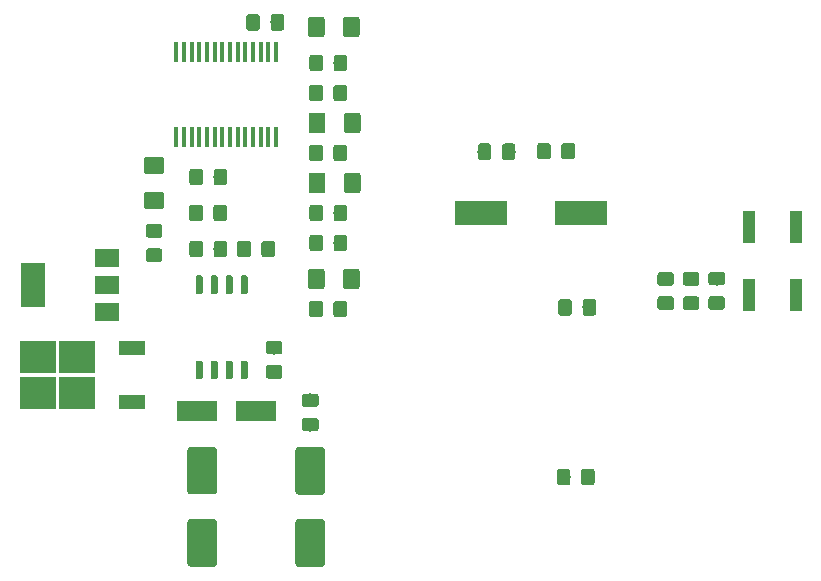
<source format=gbr>
G04 #@! TF.GenerationSoftware,KiCad,Pcbnew,(5.1.4-0-10_14)*
G04 #@! TF.CreationDate,2020-06-11T20:45:34+02:00*
G04 #@! TF.ProjectId,zArduino,7a417264-7569-46e6-9f2e-6b696361645f,rev?*
G04 #@! TF.SameCoordinates,Original*
G04 #@! TF.FileFunction,Paste,Top*
G04 #@! TF.FilePolarity,Positive*
%FSLAX46Y46*%
G04 Gerber Fmt 4.6, Leading zero omitted, Abs format (unit mm)*
G04 Created by KiCad (PCBNEW (5.1.4-0-10_14)) date 2020-06-11 20:45:34*
%MOMM*%
%LPD*%
G04 APERTURE LIST*
%ADD10R,3.500000X1.800000*%
%ADD11R,0.450000X1.750000*%
%ADD12C,0.100000*%
%ADD13C,1.150000*%
%ADD14C,1.425000*%
%ADD15R,2.000000X3.800000*%
%ADD16R,2.000000X1.500000*%
%ADD17R,1.000000X2.800000*%
%ADD18C,0.600000*%
%ADD19R,4.500000X2.000000*%
%ADD20R,2.200000X1.200000*%
%ADD21R,3.050000X2.750000*%
%ADD22C,2.500000*%
G04 APERTURE END LIST*
D10*
X140208000Y-112268000D03*
X135208000Y-112268000D03*
D11*
X141893000Y-81845600D03*
X141243000Y-81845600D03*
X140593000Y-81845600D03*
X139943000Y-81845600D03*
X139293000Y-81845600D03*
X138643000Y-81845600D03*
X137993000Y-81845600D03*
X137343000Y-81845600D03*
X136693000Y-81845600D03*
X136043000Y-81845600D03*
X135393000Y-81845600D03*
X134743000Y-81845600D03*
X134093000Y-81845600D03*
X133443000Y-81845600D03*
X133443000Y-89045600D03*
X134093000Y-89045600D03*
X134743000Y-89045600D03*
X135393000Y-89045600D03*
X136043000Y-89045600D03*
X136693000Y-89045600D03*
X137343000Y-89045600D03*
X137993000Y-89045600D03*
X138643000Y-89045600D03*
X139293000Y-89045600D03*
X139943000Y-89045600D03*
X140593000Y-89045600D03*
X141243000Y-89045600D03*
X141893000Y-89045600D03*
D12*
G36*
X142206505Y-106342204D02*
G01*
X142230773Y-106345804D01*
X142254572Y-106351765D01*
X142277671Y-106360030D01*
X142299850Y-106370520D01*
X142320893Y-106383132D01*
X142340599Y-106397747D01*
X142358777Y-106414223D01*
X142375253Y-106432401D01*
X142389868Y-106452107D01*
X142402480Y-106473150D01*
X142412970Y-106495329D01*
X142421235Y-106518428D01*
X142427196Y-106542227D01*
X142430796Y-106566495D01*
X142432000Y-106590999D01*
X142432000Y-107241001D01*
X142430796Y-107265505D01*
X142427196Y-107289773D01*
X142421235Y-107313572D01*
X142412970Y-107336671D01*
X142402480Y-107358850D01*
X142389868Y-107379893D01*
X142375253Y-107399599D01*
X142358777Y-107417777D01*
X142340599Y-107434253D01*
X142320893Y-107448868D01*
X142299850Y-107461480D01*
X142277671Y-107471970D01*
X142254572Y-107480235D01*
X142230773Y-107486196D01*
X142206505Y-107489796D01*
X142182001Y-107491000D01*
X141281999Y-107491000D01*
X141257495Y-107489796D01*
X141233227Y-107486196D01*
X141209428Y-107480235D01*
X141186329Y-107471970D01*
X141164150Y-107461480D01*
X141143107Y-107448868D01*
X141123401Y-107434253D01*
X141105223Y-107417777D01*
X141088747Y-107399599D01*
X141074132Y-107379893D01*
X141061520Y-107358850D01*
X141051030Y-107336671D01*
X141042765Y-107313572D01*
X141036804Y-107289773D01*
X141033204Y-107265505D01*
X141032000Y-107241001D01*
X141032000Y-106590999D01*
X141033204Y-106566495D01*
X141036804Y-106542227D01*
X141042765Y-106518428D01*
X141051030Y-106495329D01*
X141061520Y-106473150D01*
X141074132Y-106452107D01*
X141088747Y-106432401D01*
X141105223Y-106414223D01*
X141123401Y-106397747D01*
X141143107Y-106383132D01*
X141164150Y-106370520D01*
X141186329Y-106360030D01*
X141209428Y-106351765D01*
X141233227Y-106345804D01*
X141257495Y-106342204D01*
X141281999Y-106341000D01*
X142182001Y-106341000D01*
X142206505Y-106342204D01*
X142206505Y-106342204D01*
G37*
D13*
X141732000Y-106916000D03*
D12*
G36*
X142206505Y-108392204D02*
G01*
X142230773Y-108395804D01*
X142254572Y-108401765D01*
X142277671Y-108410030D01*
X142299850Y-108420520D01*
X142320893Y-108433132D01*
X142340599Y-108447747D01*
X142358777Y-108464223D01*
X142375253Y-108482401D01*
X142389868Y-108502107D01*
X142402480Y-108523150D01*
X142412970Y-108545329D01*
X142421235Y-108568428D01*
X142427196Y-108592227D01*
X142430796Y-108616495D01*
X142432000Y-108640999D01*
X142432000Y-109291001D01*
X142430796Y-109315505D01*
X142427196Y-109339773D01*
X142421235Y-109363572D01*
X142412970Y-109386671D01*
X142402480Y-109408850D01*
X142389868Y-109429893D01*
X142375253Y-109449599D01*
X142358777Y-109467777D01*
X142340599Y-109484253D01*
X142320893Y-109498868D01*
X142299850Y-109511480D01*
X142277671Y-109521970D01*
X142254572Y-109530235D01*
X142230773Y-109536196D01*
X142206505Y-109539796D01*
X142182001Y-109541000D01*
X141281999Y-109541000D01*
X141257495Y-109539796D01*
X141233227Y-109536196D01*
X141209428Y-109530235D01*
X141186329Y-109521970D01*
X141164150Y-109511480D01*
X141143107Y-109498868D01*
X141123401Y-109484253D01*
X141105223Y-109467777D01*
X141088747Y-109449599D01*
X141074132Y-109429893D01*
X141061520Y-109408850D01*
X141051030Y-109386671D01*
X141042765Y-109363572D01*
X141036804Y-109339773D01*
X141033204Y-109315505D01*
X141032000Y-109291001D01*
X141032000Y-108640999D01*
X141033204Y-108616495D01*
X141036804Y-108592227D01*
X141042765Y-108568428D01*
X141051030Y-108545329D01*
X141061520Y-108523150D01*
X141074132Y-108502107D01*
X141088747Y-108482401D01*
X141105223Y-108464223D01*
X141123401Y-108447747D01*
X141143107Y-108433132D01*
X141164150Y-108420520D01*
X141186329Y-108410030D01*
X141209428Y-108401765D01*
X141233227Y-108395804D01*
X141257495Y-108392204D01*
X141281999Y-108391000D01*
X142182001Y-108391000D01*
X142206505Y-108392204D01*
X142206505Y-108392204D01*
G37*
D13*
X141732000Y-108966000D03*
D12*
G36*
X132046505Y-96454204D02*
G01*
X132070773Y-96457804D01*
X132094572Y-96463765D01*
X132117671Y-96472030D01*
X132139850Y-96482520D01*
X132160893Y-96495132D01*
X132180599Y-96509747D01*
X132198777Y-96526223D01*
X132215253Y-96544401D01*
X132229868Y-96564107D01*
X132242480Y-96585150D01*
X132252970Y-96607329D01*
X132261235Y-96630428D01*
X132267196Y-96654227D01*
X132270796Y-96678495D01*
X132272000Y-96702999D01*
X132272000Y-97353001D01*
X132270796Y-97377505D01*
X132267196Y-97401773D01*
X132261235Y-97425572D01*
X132252970Y-97448671D01*
X132242480Y-97470850D01*
X132229868Y-97491893D01*
X132215253Y-97511599D01*
X132198777Y-97529777D01*
X132180599Y-97546253D01*
X132160893Y-97560868D01*
X132139850Y-97573480D01*
X132117671Y-97583970D01*
X132094572Y-97592235D01*
X132070773Y-97598196D01*
X132046505Y-97601796D01*
X132022001Y-97603000D01*
X131121999Y-97603000D01*
X131097495Y-97601796D01*
X131073227Y-97598196D01*
X131049428Y-97592235D01*
X131026329Y-97583970D01*
X131004150Y-97573480D01*
X130983107Y-97560868D01*
X130963401Y-97546253D01*
X130945223Y-97529777D01*
X130928747Y-97511599D01*
X130914132Y-97491893D01*
X130901520Y-97470850D01*
X130891030Y-97448671D01*
X130882765Y-97425572D01*
X130876804Y-97401773D01*
X130873204Y-97377505D01*
X130872000Y-97353001D01*
X130872000Y-96702999D01*
X130873204Y-96678495D01*
X130876804Y-96654227D01*
X130882765Y-96630428D01*
X130891030Y-96607329D01*
X130901520Y-96585150D01*
X130914132Y-96564107D01*
X130928747Y-96544401D01*
X130945223Y-96526223D01*
X130963401Y-96509747D01*
X130983107Y-96495132D01*
X131004150Y-96482520D01*
X131026329Y-96472030D01*
X131049428Y-96463765D01*
X131073227Y-96457804D01*
X131097495Y-96454204D01*
X131121999Y-96453000D01*
X132022001Y-96453000D01*
X132046505Y-96454204D01*
X132046505Y-96454204D01*
G37*
D13*
X131572000Y-97028000D03*
D12*
G36*
X132046505Y-98504204D02*
G01*
X132070773Y-98507804D01*
X132094572Y-98513765D01*
X132117671Y-98522030D01*
X132139850Y-98532520D01*
X132160893Y-98545132D01*
X132180599Y-98559747D01*
X132198777Y-98576223D01*
X132215253Y-98594401D01*
X132229868Y-98614107D01*
X132242480Y-98635150D01*
X132252970Y-98657329D01*
X132261235Y-98680428D01*
X132267196Y-98704227D01*
X132270796Y-98728495D01*
X132272000Y-98752999D01*
X132272000Y-99403001D01*
X132270796Y-99427505D01*
X132267196Y-99451773D01*
X132261235Y-99475572D01*
X132252970Y-99498671D01*
X132242480Y-99520850D01*
X132229868Y-99541893D01*
X132215253Y-99561599D01*
X132198777Y-99579777D01*
X132180599Y-99596253D01*
X132160893Y-99610868D01*
X132139850Y-99623480D01*
X132117671Y-99633970D01*
X132094572Y-99642235D01*
X132070773Y-99648196D01*
X132046505Y-99651796D01*
X132022001Y-99653000D01*
X131121999Y-99653000D01*
X131097495Y-99651796D01*
X131073227Y-99648196D01*
X131049428Y-99642235D01*
X131026329Y-99633970D01*
X131004150Y-99623480D01*
X130983107Y-99610868D01*
X130963401Y-99596253D01*
X130945223Y-99579777D01*
X130928747Y-99561599D01*
X130914132Y-99541893D01*
X130901520Y-99520850D01*
X130891030Y-99498671D01*
X130882765Y-99475572D01*
X130876804Y-99451773D01*
X130873204Y-99427505D01*
X130872000Y-99403001D01*
X130872000Y-98752999D01*
X130873204Y-98728495D01*
X130876804Y-98704227D01*
X130882765Y-98680428D01*
X130891030Y-98657329D01*
X130901520Y-98635150D01*
X130914132Y-98614107D01*
X130928747Y-98594401D01*
X130945223Y-98576223D01*
X130963401Y-98559747D01*
X130983107Y-98545132D01*
X131004150Y-98532520D01*
X131026329Y-98522030D01*
X131049428Y-98513765D01*
X131073227Y-98507804D01*
X131097495Y-98504204D01*
X131121999Y-98503000D01*
X132022001Y-98503000D01*
X132046505Y-98504204D01*
X132046505Y-98504204D01*
G37*
D13*
X131572000Y-99078000D03*
D12*
G36*
X135459505Y-94805204D02*
G01*
X135483773Y-94808804D01*
X135507572Y-94814765D01*
X135530671Y-94823030D01*
X135552850Y-94833520D01*
X135573893Y-94846132D01*
X135593599Y-94860747D01*
X135611777Y-94877223D01*
X135628253Y-94895401D01*
X135642868Y-94915107D01*
X135655480Y-94936150D01*
X135665970Y-94958329D01*
X135674235Y-94981428D01*
X135680196Y-95005227D01*
X135683796Y-95029495D01*
X135685000Y-95053999D01*
X135685000Y-95954001D01*
X135683796Y-95978505D01*
X135680196Y-96002773D01*
X135674235Y-96026572D01*
X135665970Y-96049671D01*
X135655480Y-96071850D01*
X135642868Y-96092893D01*
X135628253Y-96112599D01*
X135611777Y-96130777D01*
X135593599Y-96147253D01*
X135573893Y-96161868D01*
X135552850Y-96174480D01*
X135530671Y-96184970D01*
X135507572Y-96193235D01*
X135483773Y-96199196D01*
X135459505Y-96202796D01*
X135435001Y-96204000D01*
X134784999Y-96204000D01*
X134760495Y-96202796D01*
X134736227Y-96199196D01*
X134712428Y-96193235D01*
X134689329Y-96184970D01*
X134667150Y-96174480D01*
X134646107Y-96161868D01*
X134626401Y-96147253D01*
X134608223Y-96130777D01*
X134591747Y-96112599D01*
X134577132Y-96092893D01*
X134564520Y-96071850D01*
X134554030Y-96049671D01*
X134545765Y-96026572D01*
X134539804Y-96002773D01*
X134536204Y-95978505D01*
X134535000Y-95954001D01*
X134535000Y-95053999D01*
X134536204Y-95029495D01*
X134539804Y-95005227D01*
X134545765Y-94981428D01*
X134554030Y-94958329D01*
X134564520Y-94936150D01*
X134577132Y-94915107D01*
X134591747Y-94895401D01*
X134608223Y-94877223D01*
X134626401Y-94860747D01*
X134646107Y-94846132D01*
X134667150Y-94833520D01*
X134689329Y-94823030D01*
X134712428Y-94814765D01*
X134736227Y-94808804D01*
X134760495Y-94805204D01*
X134784999Y-94804000D01*
X135435001Y-94804000D01*
X135459505Y-94805204D01*
X135459505Y-94805204D01*
G37*
D13*
X135110000Y-95504000D03*
D12*
G36*
X137509505Y-94805204D02*
G01*
X137533773Y-94808804D01*
X137557572Y-94814765D01*
X137580671Y-94823030D01*
X137602850Y-94833520D01*
X137623893Y-94846132D01*
X137643599Y-94860747D01*
X137661777Y-94877223D01*
X137678253Y-94895401D01*
X137692868Y-94915107D01*
X137705480Y-94936150D01*
X137715970Y-94958329D01*
X137724235Y-94981428D01*
X137730196Y-95005227D01*
X137733796Y-95029495D01*
X137735000Y-95053999D01*
X137735000Y-95954001D01*
X137733796Y-95978505D01*
X137730196Y-96002773D01*
X137724235Y-96026572D01*
X137715970Y-96049671D01*
X137705480Y-96071850D01*
X137692868Y-96092893D01*
X137678253Y-96112599D01*
X137661777Y-96130777D01*
X137643599Y-96147253D01*
X137623893Y-96161868D01*
X137602850Y-96174480D01*
X137580671Y-96184970D01*
X137557572Y-96193235D01*
X137533773Y-96199196D01*
X137509505Y-96202796D01*
X137485001Y-96204000D01*
X136834999Y-96204000D01*
X136810495Y-96202796D01*
X136786227Y-96199196D01*
X136762428Y-96193235D01*
X136739329Y-96184970D01*
X136717150Y-96174480D01*
X136696107Y-96161868D01*
X136676401Y-96147253D01*
X136658223Y-96130777D01*
X136641747Y-96112599D01*
X136627132Y-96092893D01*
X136614520Y-96071850D01*
X136604030Y-96049671D01*
X136595765Y-96026572D01*
X136589804Y-96002773D01*
X136586204Y-95978505D01*
X136585000Y-95954001D01*
X136585000Y-95053999D01*
X136586204Y-95029495D01*
X136589804Y-95005227D01*
X136595765Y-94981428D01*
X136604030Y-94958329D01*
X136614520Y-94936150D01*
X136627132Y-94915107D01*
X136641747Y-94895401D01*
X136658223Y-94877223D01*
X136676401Y-94860747D01*
X136696107Y-94846132D01*
X136717150Y-94833520D01*
X136739329Y-94823030D01*
X136762428Y-94814765D01*
X136786227Y-94808804D01*
X136810495Y-94805204D01*
X136834999Y-94804000D01*
X137485001Y-94804000D01*
X137509505Y-94805204D01*
X137509505Y-94805204D01*
G37*
D13*
X137160000Y-95504000D03*
D12*
G36*
X135477505Y-91757204D02*
G01*
X135501773Y-91760804D01*
X135525572Y-91766765D01*
X135548671Y-91775030D01*
X135570850Y-91785520D01*
X135591893Y-91798132D01*
X135611599Y-91812747D01*
X135629777Y-91829223D01*
X135646253Y-91847401D01*
X135660868Y-91867107D01*
X135673480Y-91888150D01*
X135683970Y-91910329D01*
X135692235Y-91933428D01*
X135698196Y-91957227D01*
X135701796Y-91981495D01*
X135703000Y-92005999D01*
X135703000Y-92906001D01*
X135701796Y-92930505D01*
X135698196Y-92954773D01*
X135692235Y-92978572D01*
X135683970Y-93001671D01*
X135673480Y-93023850D01*
X135660868Y-93044893D01*
X135646253Y-93064599D01*
X135629777Y-93082777D01*
X135611599Y-93099253D01*
X135591893Y-93113868D01*
X135570850Y-93126480D01*
X135548671Y-93136970D01*
X135525572Y-93145235D01*
X135501773Y-93151196D01*
X135477505Y-93154796D01*
X135453001Y-93156000D01*
X134802999Y-93156000D01*
X134778495Y-93154796D01*
X134754227Y-93151196D01*
X134730428Y-93145235D01*
X134707329Y-93136970D01*
X134685150Y-93126480D01*
X134664107Y-93113868D01*
X134644401Y-93099253D01*
X134626223Y-93082777D01*
X134609747Y-93064599D01*
X134595132Y-93044893D01*
X134582520Y-93023850D01*
X134572030Y-93001671D01*
X134563765Y-92978572D01*
X134557804Y-92954773D01*
X134554204Y-92930505D01*
X134553000Y-92906001D01*
X134553000Y-92005999D01*
X134554204Y-91981495D01*
X134557804Y-91957227D01*
X134563765Y-91933428D01*
X134572030Y-91910329D01*
X134582520Y-91888150D01*
X134595132Y-91867107D01*
X134609747Y-91847401D01*
X134626223Y-91829223D01*
X134644401Y-91812747D01*
X134664107Y-91798132D01*
X134685150Y-91785520D01*
X134707329Y-91775030D01*
X134730428Y-91766765D01*
X134754227Y-91760804D01*
X134778495Y-91757204D01*
X134802999Y-91756000D01*
X135453001Y-91756000D01*
X135477505Y-91757204D01*
X135477505Y-91757204D01*
G37*
D13*
X135128000Y-92456000D03*
D12*
G36*
X137527505Y-91757204D02*
G01*
X137551773Y-91760804D01*
X137575572Y-91766765D01*
X137598671Y-91775030D01*
X137620850Y-91785520D01*
X137641893Y-91798132D01*
X137661599Y-91812747D01*
X137679777Y-91829223D01*
X137696253Y-91847401D01*
X137710868Y-91867107D01*
X137723480Y-91888150D01*
X137733970Y-91910329D01*
X137742235Y-91933428D01*
X137748196Y-91957227D01*
X137751796Y-91981495D01*
X137753000Y-92005999D01*
X137753000Y-92906001D01*
X137751796Y-92930505D01*
X137748196Y-92954773D01*
X137742235Y-92978572D01*
X137733970Y-93001671D01*
X137723480Y-93023850D01*
X137710868Y-93044893D01*
X137696253Y-93064599D01*
X137679777Y-93082777D01*
X137661599Y-93099253D01*
X137641893Y-93113868D01*
X137620850Y-93126480D01*
X137598671Y-93136970D01*
X137575572Y-93145235D01*
X137551773Y-93151196D01*
X137527505Y-93154796D01*
X137503001Y-93156000D01*
X136852999Y-93156000D01*
X136828495Y-93154796D01*
X136804227Y-93151196D01*
X136780428Y-93145235D01*
X136757329Y-93136970D01*
X136735150Y-93126480D01*
X136714107Y-93113868D01*
X136694401Y-93099253D01*
X136676223Y-93082777D01*
X136659747Y-93064599D01*
X136645132Y-93044893D01*
X136632520Y-93023850D01*
X136622030Y-93001671D01*
X136613765Y-92978572D01*
X136607804Y-92954773D01*
X136604204Y-92930505D01*
X136603000Y-92906001D01*
X136603000Y-92005999D01*
X136604204Y-91981495D01*
X136607804Y-91957227D01*
X136613765Y-91933428D01*
X136622030Y-91910329D01*
X136632520Y-91888150D01*
X136645132Y-91867107D01*
X136659747Y-91847401D01*
X136676223Y-91829223D01*
X136694401Y-91812747D01*
X136714107Y-91798132D01*
X136735150Y-91785520D01*
X136757329Y-91775030D01*
X136780428Y-91766765D01*
X136804227Y-91760804D01*
X136828495Y-91757204D01*
X136852999Y-91756000D01*
X137503001Y-91756000D01*
X137527505Y-91757204D01*
X137527505Y-91757204D01*
G37*
D13*
X137178000Y-92456000D03*
D12*
G36*
X140303505Y-78676204D02*
G01*
X140327773Y-78679804D01*
X140351572Y-78685765D01*
X140374671Y-78694030D01*
X140396850Y-78704520D01*
X140417893Y-78717132D01*
X140437599Y-78731747D01*
X140455777Y-78748223D01*
X140472253Y-78766401D01*
X140486868Y-78786107D01*
X140499480Y-78807150D01*
X140509970Y-78829329D01*
X140518235Y-78852428D01*
X140524196Y-78876227D01*
X140527796Y-78900495D01*
X140529000Y-78924999D01*
X140529000Y-79825001D01*
X140527796Y-79849505D01*
X140524196Y-79873773D01*
X140518235Y-79897572D01*
X140509970Y-79920671D01*
X140499480Y-79942850D01*
X140486868Y-79963893D01*
X140472253Y-79983599D01*
X140455777Y-80001777D01*
X140437599Y-80018253D01*
X140417893Y-80032868D01*
X140396850Y-80045480D01*
X140374671Y-80055970D01*
X140351572Y-80064235D01*
X140327773Y-80070196D01*
X140303505Y-80073796D01*
X140279001Y-80075000D01*
X139628999Y-80075000D01*
X139604495Y-80073796D01*
X139580227Y-80070196D01*
X139556428Y-80064235D01*
X139533329Y-80055970D01*
X139511150Y-80045480D01*
X139490107Y-80032868D01*
X139470401Y-80018253D01*
X139452223Y-80001777D01*
X139435747Y-79983599D01*
X139421132Y-79963893D01*
X139408520Y-79942850D01*
X139398030Y-79920671D01*
X139389765Y-79897572D01*
X139383804Y-79873773D01*
X139380204Y-79849505D01*
X139379000Y-79825001D01*
X139379000Y-78924999D01*
X139380204Y-78900495D01*
X139383804Y-78876227D01*
X139389765Y-78852428D01*
X139398030Y-78829329D01*
X139408520Y-78807150D01*
X139421132Y-78786107D01*
X139435747Y-78766401D01*
X139452223Y-78748223D01*
X139470401Y-78731747D01*
X139490107Y-78717132D01*
X139511150Y-78704520D01*
X139533329Y-78694030D01*
X139556428Y-78685765D01*
X139580227Y-78679804D01*
X139604495Y-78676204D01*
X139628999Y-78675000D01*
X140279001Y-78675000D01*
X140303505Y-78676204D01*
X140303505Y-78676204D01*
G37*
D13*
X139954000Y-79375000D03*
D12*
G36*
X142353505Y-78676204D02*
G01*
X142377773Y-78679804D01*
X142401572Y-78685765D01*
X142424671Y-78694030D01*
X142446850Y-78704520D01*
X142467893Y-78717132D01*
X142487599Y-78731747D01*
X142505777Y-78748223D01*
X142522253Y-78766401D01*
X142536868Y-78786107D01*
X142549480Y-78807150D01*
X142559970Y-78829329D01*
X142568235Y-78852428D01*
X142574196Y-78876227D01*
X142577796Y-78900495D01*
X142579000Y-78924999D01*
X142579000Y-79825001D01*
X142577796Y-79849505D01*
X142574196Y-79873773D01*
X142568235Y-79897572D01*
X142559970Y-79920671D01*
X142549480Y-79942850D01*
X142536868Y-79963893D01*
X142522253Y-79983599D01*
X142505777Y-80001777D01*
X142487599Y-80018253D01*
X142467893Y-80032868D01*
X142446850Y-80045480D01*
X142424671Y-80055970D01*
X142401572Y-80064235D01*
X142377773Y-80070196D01*
X142353505Y-80073796D01*
X142329001Y-80075000D01*
X141678999Y-80075000D01*
X141654495Y-80073796D01*
X141630227Y-80070196D01*
X141606428Y-80064235D01*
X141583329Y-80055970D01*
X141561150Y-80045480D01*
X141540107Y-80032868D01*
X141520401Y-80018253D01*
X141502223Y-80001777D01*
X141485747Y-79983599D01*
X141471132Y-79963893D01*
X141458520Y-79942850D01*
X141448030Y-79920671D01*
X141439765Y-79897572D01*
X141433804Y-79873773D01*
X141430204Y-79849505D01*
X141429000Y-79825001D01*
X141429000Y-78924999D01*
X141430204Y-78900495D01*
X141433804Y-78876227D01*
X141439765Y-78852428D01*
X141448030Y-78829329D01*
X141458520Y-78807150D01*
X141471132Y-78786107D01*
X141485747Y-78766401D01*
X141502223Y-78748223D01*
X141520401Y-78731747D01*
X141540107Y-78717132D01*
X141561150Y-78704520D01*
X141583329Y-78694030D01*
X141606428Y-78685765D01*
X141630227Y-78679804D01*
X141654495Y-78676204D01*
X141678999Y-78675000D01*
X142329001Y-78675000D01*
X142353505Y-78676204D01*
X142353505Y-78676204D01*
G37*
D13*
X142004000Y-79375000D03*
D12*
G36*
X145263505Y-110796204D02*
G01*
X145287773Y-110799804D01*
X145311572Y-110805765D01*
X145334671Y-110814030D01*
X145356850Y-110824520D01*
X145377893Y-110837132D01*
X145397599Y-110851747D01*
X145415777Y-110868223D01*
X145432253Y-110886401D01*
X145446868Y-110906107D01*
X145459480Y-110927150D01*
X145469970Y-110949329D01*
X145478235Y-110972428D01*
X145484196Y-110996227D01*
X145487796Y-111020495D01*
X145489000Y-111044999D01*
X145489000Y-111695001D01*
X145487796Y-111719505D01*
X145484196Y-111743773D01*
X145478235Y-111767572D01*
X145469970Y-111790671D01*
X145459480Y-111812850D01*
X145446868Y-111833893D01*
X145432253Y-111853599D01*
X145415777Y-111871777D01*
X145397599Y-111888253D01*
X145377893Y-111902868D01*
X145356850Y-111915480D01*
X145334671Y-111925970D01*
X145311572Y-111934235D01*
X145287773Y-111940196D01*
X145263505Y-111943796D01*
X145239001Y-111945000D01*
X144338999Y-111945000D01*
X144314495Y-111943796D01*
X144290227Y-111940196D01*
X144266428Y-111934235D01*
X144243329Y-111925970D01*
X144221150Y-111915480D01*
X144200107Y-111902868D01*
X144180401Y-111888253D01*
X144162223Y-111871777D01*
X144145747Y-111853599D01*
X144131132Y-111833893D01*
X144118520Y-111812850D01*
X144108030Y-111790671D01*
X144099765Y-111767572D01*
X144093804Y-111743773D01*
X144090204Y-111719505D01*
X144089000Y-111695001D01*
X144089000Y-111044999D01*
X144090204Y-111020495D01*
X144093804Y-110996227D01*
X144099765Y-110972428D01*
X144108030Y-110949329D01*
X144118520Y-110927150D01*
X144131132Y-110906107D01*
X144145747Y-110886401D01*
X144162223Y-110868223D01*
X144180401Y-110851747D01*
X144200107Y-110837132D01*
X144221150Y-110824520D01*
X144243329Y-110814030D01*
X144266428Y-110805765D01*
X144290227Y-110799804D01*
X144314495Y-110796204D01*
X144338999Y-110795000D01*
X145239001Y-110795000D01*
X145263505Y-110796204D01*
X145263505Y-110796204D01*
G37*
D13*
X144789000Y-111370000D03*
D12*
G36*
X145263505Y-112846204D02*
G01*
X145287773Y-112849804D01*
X145311572Y-112855765D01*
X145334671Y-112864030D01*
X145356850Y-112874520D01*
X145377893Y-112887132D01*
X145397599Y-112901747D01*
X145415777Y-112918223D01*
X145432253Y-112936401D01*
X145446868Y-112956107D01*
X145459480Y-112977150D01*
X145469970Y-112999329D01*
X145478235Y-113022428D01*
X145484196Y-113046227D01*
X145487796Y-113070495D01*
X145489000Y-113094999D01*
X145489000Y-113745001D01*
X145487796Y-113769505D01*
X145484196Y-113793773D01*
X145478235Y-113817572D01*
X145469970Y-113840671D01*
X145459480Y-113862850D01*
X145446868Y-113883893D01*
X145432253Y-113903599D01*
X145415777Y-113921777D01*
X145397599Y-113938253D01*
X145377893Y-113952868D01*
X145356850Y-113965480D01*
X145334671Y-113975970D01*
X145311572Y-113984235D01*
X145287773Y-113990196D01*
X145263505Y-113993796D01*
X145239001Y-113995000D01*
X144338999Y-113995000D01*
X144314495Y-113993796D01*
X144290227Y-113990196D01*
X144266428Y-113984235D01*
X144243329Y-113975970D01*
X144221150Y-113965480D01*
X144200107Y-113952868D01*
X144180401Y-113938253D01*
X144162223Y-113921777D01*
X144145747Y-113903599D01*
X144131132Y-113883893D01*
X144118520Y-113862850D01*
X144108030Y-113840671D01*
X144099765Y-113817572D01*
X144093804Y-113793773D01*
X144090204Y-113769505D01*
X144089000Y-113745001D01*
X144089000Y-113094999D01*
X144090204Y-113070495D01*
X144093804Y-113046227D01*
X144099765Y-113022428D01*
X144108030Y-112999329D01*
X144118520Y-112977150D01*
X144131132Y-112956107D01*
X144145747Y-112936401D01*
X144162223Y-112918223D01*
X144180401Y-112901747D01*
X144200107Y-112887132D01*
X144221150Y-112874520D01*
X144243329Y-112864030D01*
X144266428Y-112855765D01*
X144290227Y-112849804D01*
X144314495Y-112846204D01*
X144338999Y-112845000D01*
X145239001Y-112845000D01*
X145263505Y-112846204D01*
X145263505Y-112846204D01*
G37*
D13*
X144789000Y-113420000D03*
D12*
G36*
X147678505Y-102933204D02*
G01*
X147702773Y-102936804D01*
X147726572Y-102942765D01*
X147749671Y-102951030D01*
X147771850Y-102961520D01*
X147792893Y-102974132D01*
X147812599Y-102988747D01*
X147830777Y-103005223D01*
X147847253Y-103023401D01*
X147861868Y-103043107D01*
X147874480Y-103064150D01*
X147884970Y-103086329D01*
X147893235Y-103109428D01*
X147899196Y-103133227D01*
X147902796Y-103157495D01*
X147904000Y-103181999D01*
X147904000Y-104082001D01*
X147902796Y-104106505D01*
X147899196Y-104130773D01*
X147893235Y-104154572D01*
X147884970Y-104177671D01*
X147874480Y-104199850D01*
X147861868Y-104220893D01*
X147847253Y-104240599D01*
X147830777Y-104258777D01*
X147812599Y-104275253D01*
X147792893Y-104289868D01*
X147771850Y-104302480D01*
X147749671Y-104312970D01*
X147726572Y-104321235D01*
X147702773Y-104327196D01*
X147678505Y-104330796D01*
X147654001Y-104332000D01*
X147003999Y-104332000D01*
X146979495Y-104330796D01*
X146955227Y-104327196D01*
X146931428Y-104321235D01*
X146908329Y-104312970D01*
X146886150Y-104302480D01*
X146865107Y-104289868D01*
X146845401Y-104275253D01*
X146827223Y-104258777D01*
X146810747Y-104240599D01*
X146796132Y-104220893D01*
X146783520Y-104199850D01*
X146773030Y-104177671D01*
X146764765Y-104154572D01*
X146758804Y-104130773D01*
X146755204Y-104106505D01*
X146754000Y-104082001D01*
X146754000Y-103181999D01*
X146755204Y-103157495D01*
X146758804Y-103133227D01*
X146764765Y-103109428D01*
X146773030Y-103086329D01*
X146783520Y-103064150D01*
X146796132Y-103043107D01*
X146810747Y-103023401D01*
X146827223Y-103005223D01*
X146845401Y-102988747D01*
X146865107Y-102974132D01*
X146886150Y-102961520D01*
X146908329Y-102951030D01*
X146931428Y-102942765D01*
X146955227Y-102936804D01*
X146979495Y-102933204D01*
X147003999Y-102932000D01*
X147654001Y-102932000D01*
X147678505Y-102933204D01*
X147678505Y-102933204D01*
G37*
D13*
X147329000Y-103632000D03*
D12*
G36*
X145628505Y-102933204D02*
G01*
X145652773Y-102936804D01*
X145676572Y-102942765D01*
X145699671Y-102951030D01*
X145721850Y-102961520D01*
X145742893Y-102974132D01*
X145762599Y-102988747D01*
X145780777Y-103005223D01*
X145797253Y-103023401D01*
X145811868Y-103043107D01*
X145824480Y-103064150D01*
X145834970Y-103086329D01*
X145843235Y-103109428D01*
X145849196Y-103133227D01*
X145852796Y-103157495D01*
X145854000Y-103181999D01*
X145854000Y-104082001D01*
X145852796Y-104106505D01*
X145849196Y-104130773D01*
X145843235Y-104154572D01*
X145834970Y-104177671D01*
X145824480Y-104199850D01*
X145811868Y-104220893D01*
X145797253Y-104240599D01*
X145780777Y-104258777D01*
X145762599Y-104275253D01*
X145742893Y-104289868D01*
X145721850Y-104302480D01*
X145699671Y-104312970D01*
X145676572Y-104321235D01*
X145652773Y-104327196D01*
X145628505Y-104330796D01*
X145604001Y-104332000D01*
X144953999Y-104332000D01*
X144929495Y-104330796D01*
X144905227Y-104327196D01*
X144881428Y-104321235D01*
X144858329Y-104312970D01*
X144836150Y-104302480D01*
X144815107Y-104289868D01*
X144795401Y-104275253D01*
X144777223Y-104258777D01*
X144760747Y-104240599D01*
X144746132Y-104220893D01*
X144733520Y-104199850D01*
X144723030Y-104177671D01*
X144714765Y-104154572D01*
X144708804Y-104130773D01*
X144705204Y-104106505D01*
X144704000Y-104082001D01*
X144704000Y-103181999D01*
X144705204Y-103157495D01*
X144708804Y-103133227D01*
X144714765Y-103109428D01*
X144723030Y-103086329D01*
X144733520Y-103064150D01*
X144746132Y-103043107D01*
X144760747Y-103023401D01*
X144777223Y-103005223D01*
X144795401Y-102988747D01*
X144815107Y-102974132D01*
X144836150Y-102961520D01*
X144858329Y-102951030D01*
X144881428Y-102942765D01*
X144905227Y-102936804D01*
X144929495Y-102933204D01*
X144953999Y-102932000D01*
X145604001Y-102932000D01*
X145628505Y-102933204D01*
X145628505Y-102933204D01*
G37*
D13*
X145279000Y-103632000D03*
D12*
G36*
X168769505Y-102806204D02*
G01*
X168793773Y-102809804D01*
X168817572Y-102815765D01*
X168840671Y-102824030D01*
X168862850Y-102834520D01*
X168883893Y-102847132D01*
X168903599Y-102861747D01*
X168921777Y-102878223D01*
X168938253Y-102896401D01*
X168952868Y-102916107D01*
X168965480Y-102937150D01*
X168975970Y-102959329D01*
X168984235Y-102982428D01*
X168990196Y-103006227D01*
X168993796Y-103030495D01*
X168995000Y-103054999D01*
X168995000Y-103955001D01*
X168993796Y-103979505D01*
X168990196Y-104003773D01*
X168984235Y-104027572D01*
X168975970Y-104050671D01*
X168965480Y-104072850D01*
X168952868Y-104093893D01*
X168938253Y-104113599D01*
X168921777Y-104131777D01*
X168903599Y-104148253D01*
X168883893Y-104162868D01*
X168862850Y-104175480D01*
X168840671Y-104185970D01*
X168817572Y-104194235D01*
X168793773Y-104200196D01*
X168769505Y-104203796D01*
X168745001Y-104205000D01*
X168094999Y-104205000D01*
X168070495Y-104203796D01*
X168046227Y-104200196D01*
X168022428Y-104194235D01*
X167999329Y-104185970D01*
X167977150Y-104175480D01*
X167956107Y-104162868D01*
X167936401Y-104148253D01*
X167918223Y-104131777D01*
X167901747Y-104113599D01*
X167887132Y-104093893D01*
X167874520Y-104072850D01*
X167864030Y-104050671D01*
X167855765Y-104027572D01*
X167849804Y-104003773D01*
X167846204Y-103979505D01*
X167845000Y-103955001D01*
X167845000Y-103054999D01*
X167846204Y-103030495D01*
X167849804Y-103006227D01*
X167855765Y-102982428D01*
X167864030Y-102959329D01*
X167874520Y-102937150D01*
X167887132Y-102916107D01*
X167901747Y-102896401D01*
X167918223Y-102878223D01*
X167936401Y-102861747D01*
X167956107Y-102847132D01*
X167977150Y-102834520D01*
X167999329Y-102824030D01*
X168022428Y-102815765D01*
X168046227Y-102809804D01*
X168070495Y-102806204D01*
X168094999Y-102805000D01*
X168745001Y-102805000D01*
X168769505Y-102806204D01*
X168769505Y-102806204D01*
G37*
D13*
X168420000Y-103505000D03*
D12*
G36*
X166719505Y-102806204D02*
G01*
X166743773Y-102809804D01*
X166767572Y-102815765D01*
X166790671Y-102824030D01*
X166812850Y-102834520D01*
X166833893Y-102847132D01*
X166853599Y-102861747D01*
X166871777Y-102878223D01*
X166888253Y-102896401D01*
X166902868Y-102916107D01*
X166915480Y-102937150D01*
X166925970Y-102959329D01*
X166934235Y-102982428D01*
X166940196Y-103006227D01*
X166943796Y-103030495D01*
X166945000Y-103054999D01*
X166945000Y-103955001D01*
X166943796Y-103979505D01*
X166940196Y-104003773D01*
X166934235Y-104027572D01*
X166925970Y-104050671D01*
X166915480Y-104072850D01*
X166902868Y-104093893D01*
X166888253Y-104113599D01*
X166871777Y-104131777D01*
X166853599Y-104148253D01*
X166833893Y-104162868D01*
X166812850Y-104175480D01*
X166790671Y-104185970D01*
X166767572Y-104194235D01*
X166743773Y-104200196D01*
X166719505Y-104203796D01*
X166695001Y-104205000D01*
X166044999Y-104205000D01*
X166020495Y-104203796D01*
X165996227Y-104200196D01*
X165972428Y-104194235D01*
X165949329Y-104185970D01*
X165927150Y-104175480D01*
X165906107Y-104162868D01*
X165886401Y-104148253D01*
X165868223Y-104131777D01*
X165851747Y-104113599D01*
X165837132Y-104093893D01*
X165824520Y-104072850D01*
X165814030Y-104050671D01*
X165805765Y-104027572D01*
X165799804Y-104003773D01*
X165796204Y-103979505D01*
X165795000Y-103955001D01*
X165795000Y-103054999D01*
X165796204Y-103030495D01*
X165799804Y-103006227D01*
X165805765Y-102982428D01*
X165814030Y-102959329D01*
X165824520Y-102937150D01*
X165837132Y-102916107D01*
X165851747Y-102896401D01*
X165868223Y-102878223D01*
X165886401Y-102861747D01*
X165906107Y-102847132D01*
X165927150Y-102834520D01*
X165949329Y-102824030D01*
X165972428Y-102815765D01*
X165996227Y-102809804D01*
X166020495Y-102806204D01*
X166044999Y-102805000D01*
X166695001Y-102805000D01*
X166719505Y-102806204D01*
X166719505Y-102806204D01*
G37*
D13*
X166370000Y-103505000D03*
D12*
G36*
X164923505Y-89572804D02*
G01*
X164947773Y-89576404D01*
X164971572Y-89582365D01*
X164994671Y-89590630D01*
X165016850Y-89601120D01*
X165037893Y-89613732D01*
X165057599Y-89628347D01*
X165075777Y-89644823D01*
X165092253Y-89663001D01*
X165106868Y-89682707D01*
X165119480Y-89703750D01*
X165129970Y-89725929D01*
X165138235Y-89749028D01*
X165144196Y-89772827D01*
X165147796Y-89797095D01*
X165149000Y-89821599D01*
X165149000Y-90721601D01*
X165147796Y-90746105D01*
X165144196Y-90770373D01*
X165138235Y-90794172D01*
X165129970Y-90817271D01*
X165119480Y-90839450D01*
X165106868Y-90860493D01*
X165092253Y-90880199D01*
X165075777Y-90898377D01*
X165057599Y-90914853D01*
X165037893Y-90929468D01*
X165016850Y-90942080D01*
X164994671Y-90952570D01*
X164971572Y-90960835D01*
X164947773Y-90966796D01*
X164923505Y-90970396D01*
X164899001Y-90971600D01*
X164248999Y-90971600D01*
X164224495Y-90970396D01*
X164200227Y-90966796D01*
X164176428Y-90960835D01*
X164153329Y-90952570D01*
X164131150Y-90942080D01*
X164110107Y-90929468D01*
X164090401Y-90914853D01*
X164072223Y-90898377D01*
X164055747Y-90880199D01*
X164041132Y-90860493D01*
X164028520Y-90839450D01*
X164018030Y-90817271D01*
X164009765Y-90794172D01*
X164003804Y-90770373D01*
X164000204Y-90746105D01*
X163999000Y-90721601D01*
X163999000Y-89821599D01*
X164000204Y-89797095D01*
X164003804Y-89772827D01*
X164009765Y-89749028D01*
X164018030Y-89725929D01*
X164028520Y-89703750D01*
X164041132Y-89682707D01*
X164055747Y-89663001D01*
X164072223Y-89644823D01*
X164090401Y-89628347D01*
X164110107Y-89613732D01*
X164131150Y-89601120D01*
X164153329Y-89590630D01*
X164176428Y-89582365D01*
X164200227Y-89576404D01*
X164224495Y-89572804D01*
X164248999Y-89571600D01*
X164899001Y-89571600D01*
X164923505Y-89572804D01*
X164923505Y-89572804D01*
G37*
D13*
X164574000Y-90271600D03*
D12*
G36*
X166973505Y-89572804D02*
G01*
X166997773Y-89576404D01*
X167021572Y-89582365D01*
X167044671Y-89590630D01*
X167066850Y-89601120D01*
X167087893Y-89613732D01*
X167107599Y-89628347D01*
X167125777Y-89644823D01*
X167142253Y-89663001D01*
X167156868Y-89682707D01*
X167169480Y-89703750D01*
X167179970Y-89725929D01*
X167188235Y-89749028D01*
X167194196Y-89772827D01*
X167197796Y-89797095D01*
X167199000Y-89821599D01*
X167199000Y-90721601D01*
X167197796Y-90746105D01*
X167194196Y-90770373D01*
X167188235Y-90794172D01*
X167179970Y-90817271D01*
X167169480Y-90839450D01*
X167156868Y-90860493D01*
X167142253Y-90880199D01*
X167125777Y-90898377D01*
X167107599Y-90914853D01*
X167087893Y-90929468D01*
X167066850Y-90942080D01*
X167044671Y-90952570D01*
X167021572Y-90960835D01*
X166997773Y-90966796D01*
X166973505Y-90970396D01*
X166949001Y-90971600D01*
X166298999Y-90971600D01*
X166274495Y-90970396D01*
X166250227Y-90966796D01*
X166226428Y-90960835D01*
X166203329Y-90952570D01*
X166181150Y-90942080D01*
X166160107Y-90929468D01*
X166140401Y-90914853D01*
X166122223Y-90898377D01*
X166105747Y-90880199D01*
X166091132Y-90860493D01*
X166078520Y-90839450D01*
X166068030Y-90817271D01*
X166059765Y-90794172D01*
X166053804Y-90770373D01*
X166050204Y-90746105D01*
X166049000Y-90721601D01*
X166049000Y-89821599D01*
X166050204Y-89797095D01*
X166053804Y-89772827D01*
X166059765Y-89749028D01*
X166068030Y-89725929D01*
X166078520Y-89703750D01*
X166091132Y-89682707D01*
X166105747Y-89663001D01*
X166122223Y-89644823D01*
X166140401Y-89628347D01*
X166160107Y-89613732D01*
X166181150Y-89601120D01*
X166203329Y-89590630D01*
X166226428Y-89582365D01*
X166250227Y-89576404D01*
X166274495Y-89572804D01*
X166298999Y-89571600D01*
X166949001Y-89571600D01*
X166973505Y-89572804D01*
X166973505Y-89572804D01*
G37*
D13*
X166624000Y-90271600D03*
D12*
G36*
X159886905Y-89623604D02*
G01*
X159911173Y-89627204D01*
X159934972Y-89633165D01*
X159958071Y-89641430D01*
X159980250Y-89651920D01*
X160001293Y-89664532D01*
X160020999Y-89679147D01*
X160039177Y-89695623D01*
X160055653Y-89713801D01*
X160070268Y-89733507D01*
X160082880Y-89754550D01*
X160093370Y-89776729D01*
X160101635Y-89799828D01*
X160107596Y-89823627D01*
X160111196Y-89847895D01*
X160112400Y-89872399D01*
X160112400Y-90772401D01*
X160111196Y-90796905D01*
X160107596Y-90821173D01*
X160101635Y-90844972D01*
X160093370Y-90868071D01*
X160082880Y-90890250D01*
X160070268Y-90911293D01*
X160055653Y-90930999D01*
X160039177Y-90949177D01*
X160020999Y-90965653D01*
X160001293Y-90980268D01*
X159980250Y-90992880D01*
X159958071Y-91003370D01*
X159934972Y-91011635D01*
X159911173Y-91017596D01*
X159886905Y-91021196D01*
X159862401Y-91022400D01*
X159212399Y-91022400D01*
X159187895Y-91021196D01*
X159163627Y-91017596D01*
X159139828Y-91011635D01*
X159116729Y-91003370D01*
X159094550Y-90992880D01*
X159073507Y-90980268D01*
X159053801Y-90965653D01*
X159035623Y-90949177D01*
X159019147Y-90930999D01*
X159004532Y-90911293D01*
X158991920Y-90890250D01*
X158981430Y-90868071D01*
X158973165Y-90844972D01*
X158967204Y-90821173D01*
X158963604Y-90796905D01*
X158962400Y-90772401D01*
X158962400Y-89872399D01*
X158963604Y-89847895D01*
X158967204Y-89823627D01*
X158973165Y-89799828D01*
X158981430Y-89776729D01*
X158991920Y-89754550D01*
X159004532Y-89733507D01*
X159019147Y-89713801D01*
X159035623Y-89695623D01*
X159053801Y-89679147D01*
X159073507Y-89664532D01*
X159094550Y-89651920D01*
X159116729Y-89641430D01*
X159139828Y-89633165D01*
X159163627Y-89627204D01*
X159187895Y-89623604D01*
X159212399Y-89622400D01*
X159862401Y-89622400D01*
X159886905Y-89623604D01*
X159886905Y-89623604D01*
G37*
D13*
X159537400Y-90322400D03*
D12*
G36*
X161936905Y-89623604D02*
G01*
X161961173Y-89627204D01*
X161984972Y-89633165D01*
X162008071Y-89641430D01*
X162030250Y-89651920D01*
X162051293Y-89664532D01*
X162070999Y-89679147D01*
X162089177Y-89695623D01*
X162105653Y-89713801D01*
X162120268Y-89733507D01*
X162132880Y-89754550D01*
X162143370Y-89776729D01*
X162151635Y-89799828D01*
X162157596Y-89823627D01*
X162161196Y-89847895D01*
X162162400Y-89872399D01*
X162162400Y-90772401D01*
X162161196Y-90796905D01*
X162157596Y-90821173D01*
X162151635Y-90844972D01*
X162143370Y-90868071D01*
X162132880Y-90890250D01*
X162120268Y-90911293D01*
X162105653Y-90930999D01*
X162089177Y-90949177D01*
X162070999Y-90965653D01*
X162051293Y-90980268D01*
X162030250Y-90992880D01*
X162008071Y-91003370D01*
X161984972Y-91011635D01*
X161961173Y-91017596D01*
X161936905Y-91021196D01*
X161912401Y-91022400D01*
X161262399Y-91022400D01*
X161237895Y-91021196D01*
X161213627Y-91017596D01*
X161189828Y-91011635D01*
X161166729Y-91003370D01*
X161144550Y-90992880D01*
X161123507Y-90980268D01*
X161103801Y-90965653D01*
X161085623Y-90949177D01*
X161069147Y-90930999D01*
X161054532Y-90911293D01*
X161041920Y-90890250D01*
X161031430Y-90868071D01*
X161023165Y-90844972D01*
X161017204Y-90821173D01*
X161013604Y-90796905D01*
X161012400Y-90772401D01*
X161012400Y-89872399D01*
X161013604Y-89847895D01*
X161017204Y-89823627D01*
X161023165Y-89799828D01*
X161031430Y-89776729D01*
X161041920Y-89754550D01*
X161054532Y-89733507D01*
X161069147Y-89713801D01*
X161085623Y-89695623D01*
X161103801Y-89679147D01*
X161123507Y-89664532D01*
X161144550Y-89651920D01*
X161166729Y-89641430D01*
X161189828Y-89633165D01*
X161213627Y-89627204D01*
X161237895Y-89623604D01*
X161262399Y-89622400D01*
X161912401Y-89622400D01*
X161936905Y-89623604D01*
X161936905Y-89623604D01*
G37*
D13*
X161587400Y-90322400D03*
D12*
G36*
X166592505Y-117157204D02*
G01*
X166616773Y-117160804D01*
X166640572Y-117166765D01*
X166663671Y-117175030D01*
X166685850Y-117185520D01*
X166706893Y-117198132D01*
X166726599Y-117212747D01*
X166744777Y-117229223D01*
X166761253Y-117247401D01*
X166775868Y-117267107D01*
X166788480Y-117288150D01*
X166798970Y-117310329D01*
X166807235Y-117333428D01*
X166813196Y-117357227D01*
X166816796Y-117381495D01*
X166818000Y-117405999D01*
X166818000Y-118306001D01*
X166816796Y-118330505D01*
X166813196Y-118354773D01*
X166807235Y-118378572D01*
X166798970Y-118401671D01*
X166788480Y-118423850D01*
X166775868Y-118444893D01*
X166761253Y-118464599D01*
X166744777Y-118482777D01*
X166726599Y-118499253D01*
X166706893Y-118513868D01*
X166685850Y-118526480D01*
X166663671Y-118536970D01*
X166640572Y-118545235D01*
X166616773Y-118551196D01*
X166592505Y-118554796D01*
X166568001Y-118556000D01*
X165917999Y-118556000D01*
X165893495Y-118554796D01*
X165869227Y-118551196D01*
X165845428Y-118545235D01*
X165822329Y-118536970D01*
X165800150Y-118526480D01*
X165779107Y-118513868D01*
X165759401Y-118499253D01*
X165741223Y-118482777D01*
X165724747Y-118464599D01*
X165710132Y-118444893D01*
X165697520Y-118423850D01*
X165687030Y-118401671D01*
X165678765Y-118378572D01*
X165672804Y-118354773D01*
X165669204Y-118330505D01*
X165668000Y-118306001D01*
X165668000Y-117405999D01*
X165669204Y-117381495D01*
X165672804Y-117357227D01*
X165678765Y-117333428D01*
X165687030Y-117310329D01*
X165697520Y-117288150D01*
X165710132Y-117267107D01*
X165724747Y-117247401D01*
X165741223Y-117229223D01*
X165759401Y-117212747D01*
X165779107Y-117198132D01*
X165800150Y-117185520D01*
X165822329Y-117175030D01*
X165845428Y-117166765D01*
X165869227Y-117160804D01*
X165893495Y-117157204D01*
X165917999Y-117156000D01*
X166568001Y-117156000D01*
X166592505Y-117157204D01*
X166592505Y-117157204D01*
G37*
D13*
X166243000Y-117856000D03*
D12*
G36*
X168642505Y-117157204D02*
G01*
X168666773Y-117160804D01*
X168690572Y-117166765D01*
X168713671Y-117175030D01*
X168735850Y-117185520D01*
X168756893Y-117198132D01*
X168776599Y-117212747D01*
X168794777Y-117229223D01*
X168811253Y-117247401D01*
X168825868Y-117267107D01*
X168838480Y-117288150D01*
X168848970Y-117310329D01*
X168857235Y-117333428D01*
X168863196Y-117357227D01*
X168866796Y-117381495D01*
X168868000Y-117405999D01*
X168868000Y-118306001D01*
X168866796Y-118330505D01*
X168863196Y-118354773D01*
X168857235Y-118378572D01*
X168848970Y-118401671D01*
X168838480Y-118423850D01*
X168825868Y-118444893D01*
X168811253Y-118464599D01*
X168794777Y-118482777D01*
X168776599Y-118499253D01*
X168756893Y-118513868D01*
X168735850Y-118526480D01*
X168713671Y-118536970D01*
X168690572Y-118545235D01*
X168666773Y-118551196D01*
X168642505Y-118554796D01*
X168618001Y-118556000D01*
X167967999Y-118556000D01*
X167943495Y-118554796D01*
X167919227Y-118551196D01*
X167895428Y-118545235D01*
X167872329Y-118536970D01*
X167850150Y-118526480D01*
X167829107Y-118513868D01*
X167809401Y-118499253D01*
X167791223Y-118482777D01*
X167774747Y-118464599D01*
X167760132Y-118444893D01*
X167747520Y-118423850D01*
X167737030Y-118401671D01*
X167728765Y-118378572D01*
X167722804Y-118354773D01*
X167719204Y-118330505D01*
X167718000Y-118306001D01*
X167718000Y-117405999D01*
X167719204Y-117381495D01*
X167722804Y-117357227D01*
X167728765Y-117333428D01*
X167737030Y-117310329D01*
X167747520Y-117288150D01*
X167760132Y-117267107D01*
X167774747Y-117247401D01*
X167791223Y-117229223D01*
X167809401Y-117212747D01*
X167829107Y-117198132D01*
X167850150Y-117185520D01*
X167872329Y-117175030D01*
X167895428Y-117166765D01*
X167919227Y-117160804D01*
X167943495Y-117157204D01*
X167967999Y-117156000D01*
X168618001Y-117156000D01*
X168642505Y-117157204D01*
X168642505Y-117157204D01*
G37*
D13*
X168293000Y-117856000D03*
D12*
G36*
X148750004Y-100218204D02*
G01*
X148774273Y-100221804D01*
X148798071Y-100227765D01*
X148821171Y-100236030D01*
X148843349Y-100246520D01*
X148864393Y-100259133D01*
X148884098Y-100273747D01*
X148902277Y-100290223D01*
X148918753Y-100308402D01*
X148933367Y-100328107D01*
X148945980Y-100349151D01*
X148956470Y-100371329D01*
X148964735Y-100394429D01*
X148970696Y-100418227D01*
X148974296Y-100442496D01*
X148975500Y-100467000D01*
X148975500Y-101717000D01*
X148974296Y-101741504D01*
X148970696Y-101765773D01*
X148964735Y-101789571D01*
X148956470Y-101812671D01*
X148945980Y-101834849D01*
X148933367Y-101855893D01*
X148918753Y-101875598D01*
X148902277Y-101893777D01*
X148884098Y-101910253D01*
X148864393Y-101924867D01*
X148843349Y-101937480D01*
X148821171Y-101947970D01*
X148798071Y-101956235D01*
X148774273Y-101962196D01*
X148750004Y-101965796D01*
X148725500Y-101967000D01*
X147800500Y-101967000D01*
X147775996Y-101965796D01*
X147751727Y-101962196D01*
X147727929Y-101956235D01*
X147704829Y-101947970D01*
X147682651Y-101937480D01*
X147661607Y-101924867D01*
X147641902Y-101910253D01*
X147623723Y-101893777D01*
X147607247Y-101875598D01*
X147592633Y-101855893D01*
X147580020Y-101834849D01*
X147569530Y-101812671D01*
X147561265Y-101789571D01*
X147555304Y-101765773D01*
X147551704Y-101741504D01*
X147550500Y-101717000D01*
X147550500Y-100467000D01*
X147551704Y-100442496D01*
X147555304Y-100418227D01*
X147561265Y-100394429D01*
X147569530Y-100371329D01*
X147580020Y-100349151D01*
X147592633Y-100328107D01*
X147607247Y-100308402D01*
X147623723Y-100290223D01*
X147641902Y-100273747D01*
X147661607Y-100259133D01*
X147682651Y-100246520D01*
X147704829Y-100236030D01*
X147727929Y-100227765D01*
X147751727Y-100221804D01*
X147775996Y-100218204D01*
X147800500Y-100217000D01*
X148725500Y-100217000D01*
X148750004Y-100218204D01*
X148750004Y-100218204D01*
G37*
D14*
X148263000Y-101092000D03*
D12*
G36*
X145775004Y-100218204D02*
G01*
X145799273Y-100221804D01*
X145823071Y-100227765D01*
X145846171Y-100236030D01*
X145868349Y-100246520D01*
X145889393Y-100259133D01*
X145909098Y-100273747D01*
X145927277Y-100290223D01*
X145943753Y-100308402D01*
X145958367Y-100328107D01*
X145970980Y-100349151D01*
X145981470Y-100371329D01*
X145989735Y-100394429D01*
X145995696Y-100418227D01*
X145999296Y-100442496D01*
X146000500Y-100467000D01*
X146000500Y-101717000D01*
X145999296Y-101741504D01*
X145995696Y-101765773D01*
X145989735Y-101789571D01*
X145981470Y-101812671D01*
X145970980Y-101834849D01*
X145958367Y-101855893D01*
X145943753Y-101875598D01*
X145927277Y-101893777D01*
X145909098Y-101910253D01*
X145889393Y-101924867D01*
X145868349Y-101937480D01*
X145846171Y-101947970D01*
X145823071Y-101956235D01*
X145799273Y-101962196D01*
X145775004Y-101965796D01*
X145750500Y-101967000D01*
X144825500Y-101967000D01*
X144800996Y-101965796D01*
X144776727Y-101962196D01*
X144752929Y-101956235D01*
X144729829Y-101947970D01*
X144707651Y-101937480D01*
X144686607Y-101924867D01*
X144666902Y-101910253D01*
X144648723Y-101893777D01*
X144632247Y-101875598D01*
X144617633Y-101855893D01*
X144605020Y-101834849D01*
X144594530Y-101812671D01*
X144586265Y-101789571D01*
X144580304Y-101765773D01*
X144576704Y-101741504D01*
X144575500Y-101717000D01*
X144575500Y-100467000D01*
X144576704Y-100442496D01*
X144580304Y-100418227D01*
X144586265Y-100394429D01*
X144594530Y-100371329D01*
X144605020Y-100349151D01*
X144617633Y-100328107D01*
X144632247Y-100308402D01*
X144648723Y-100290223D01*
X144666902Y-100273747D01*
X144686607Y-100259133D01*
X144707651Y-100246520D01*
X144729829Y-100236030D01*
X144752929Y-100227765D01*
X144776727Y-100221804D01*
X144800996Y-100218204D01*
X144825500Y-100217000D01*
X145750500Y-100217000D01*
X145775004Y-100218204D01*
X145775004Y-100218204D01*
G37*
D14*
X145288000Y-101092000D03*
D12*
G36*
X145848004Y-87010204D02*
G01*
X145872273Y-87013804D01*
X145896071Y-87019765D01*
X145919171Y-87028030D01*
X145941349Y-87038520D01*
X145962393Y-87051133D01*
X145982098Y-87065747D01*
X146000277Y-87082223D01*
X146016753Y-87100402D01*
X146031367Y-87120107D01*
X146043980Y-87141151D01*
X146054470Y-87163329D01*
X146062735Y-87186429D01*
X146068696Y-87210227D01*
X146072296Y-87234496D01*
X146073500Y-87259000D01*
X146073500Y-88509000D01*
X146072296Y-88533504D01*
X146068696Y-88557773D01*
X146062735Y-88581571D01*
X146054470Y-88604671D01*
X146043980Y-88626849D01*
X146031367Y-88647893D01*
X146016753Y-88667598D01*
X146000277Y-88685777D01*
X145982098Y-88702253D01*
X145962393Y-88716867D01*
X145941349Y-88729480D01*
X145919171Y-88739970D01*
X145896071Y-88748235D01*
X145872273Y-88754196D01*
X145848004Y-88757796D01*
X145823500Y-88759000D01*
X144898500Y-88759000D01*
X144873996Y-88757796D01*
X144849727Y-88754196D01*
X144825929Y-88748235D01*
X144802829Y-88739970D01*
X144780651Y-88729480D01*
X144759607Y-88716867D01*
X144739902Y-88702253D01*
X144721723Y-88685777D01*
X144705247Y-88667598D01*
X144690633Y-88647893D01*
X144678020Y-88626849D01*
X144667530Y-88604671D01*
X144659265Y-88581571D01*
X144653304Y-88557773D01*
X144649704Y-88533504D01*
X144648500Y-88509000D01*
X144648500Y-87259000D01*
X144649704Y-87234496D01*
X144653304Y-87210227D01*
X144659265Y-87186429D01*
X144667530Y-87163329D01*
X144678020Y-87141151D01*
X144690633Y-87120107D01*
X144705247Y-87100402D01*
X144721723Y-87082223D01*
X144739902Y-87065747D01*
X144759607Y-87051133D01*
X144780651Y-87038520D01*
X144802829Y-87028030D01*
X144825929Y-87019765D01*
X144849727Y-87013804D01*
X144873996Y-87010204D01*
X144898500Y-87009000D01*
X145823500Y-87009000D01*
X145848004Y-87010204D01*
X145848004Y-87010204D01*
G37*
D14*
X145361000Y-87884000D03*
D12*
G36*
X148823004Y-87010204D02*
G01*
X148847273Y-87013804D01*
X148871071Y-87019765D01*
X148894171Y-87028030D01*
X148916349Y-87038520D01*
X148937393Y-87051133D01*
X148957098Y-87065747D01*
X148975277Y-87082223D01*
X148991753Y-87100402D01*
X149006367Y-87120107D01*
X149018980Y-87141151D01*
X149029470Y-87163329D01*
X149037735Y-87186429D01*
X149043696Y-87210227D01*
X149047296Y-87234496D01*
X149048500Y-87259000D01*
X149048500Y-88509000D01*
X149047296Y-88533504D01*
X149043696Y-88557773D01*
X149037735Y-88581571D01*
X149029470Y-88604671D01*
X149018980Y-88626849D01*
X149006367Y-88647893D01*
X148991753Y-88667598D01*
X148975277Y-88685777D01*
X148957098Y-88702253D01*
X148937393Y-88716867D01*
X148916349Y-88729480D01*
X148894171Y-88739970D01*
X148871071Y-88748235D01*
X148847273Y-88754196D01*
X148823004Y-88757796D01*
X148798500Y-88759000D01*
X147873500Y-88759000D01*
X147848996Y-88757796D01*
X147824727Y-88754196D01*
X147800929Y-88748235D01*
X147777829Y-88739970D01*
X147755651Y-88729480D01*
X147734607Y-88716867D01*
X147714902Y-88702253D01*
X147696723Y-88685777D01*
X147680247Y-88667598D01*
X147665633Y-88647893D01*
X147653020Y-88626849D01*
X147642530Y-88604671D01*
X147634265Y-88581571D01*
X147628304Y-88557773D01*
X147624704Y-88533504D01*
X147623500Y-88509000D01*
X147623500Y-87259000D01*
X147624704Y-87234496D01*
X147628304Y-87210227D01*
X147634265Y-87186429D01*
X147642530Y-87163329D01*
X147653020Y-87141151D01*
X147665633Y-87120107D01*
X147680247Y-87100402D01*
X147696723Y-87082223D01*
X147714902Y-87065747D01*
X147734607Y-87051133D01*
X147755651Y-87038520D01*
X147777829Y-87028030D01*
X147800929Y-87019765D01*
X147824727Y-87013804D01*
X147848996Y-87010204D01*
X147873500Y-87009000D01*
X148798500Y-87009000D01*
X148823004Y-87010204D01*
X148823004Y-87010204D01*
G37*
D14*
X148336000Y-87884000D03*
D12*
G36*
X145848004Y-92090204D02*
G01*
X145872273Y-92093804D01*
X145896071Y-92099765D01*
X145919171Y-92108030D01*
X145941349Y-92118520D01*
X145962393Y-92131133D01*
X145982098Y-92145747D01*
X146000277Y-92162223D01*
X146016753Y-92180402D01*
X146031367Y-92200107D01*
X146043980Y-92221151D01*
X146054470Y-92243329D01*
X146062735Y-92266429D01*
X146068696Y-92290227D01*
X146072296Y-92314496D01*
X146073500Y-92339000D01*
X146073500Y-93589000D01*
X146072296Y-93613504D01*
X146068696Y-93637773D01*
X146062735Y-93661571D01*
X146054470Y-93684671D01*
X146043980Y-93706849D01*
X146031367Y-93727893D01*
X146016753Y-93747598D01*
X146000277Y-93765777D01*
X145982098Y-93782253D01*
X145962393Y-93796867D01*
X145941349Y-93809480D01*
X145919171Y-93819970D01*
X145896071Y-93828235D01*
X145872273Y-93834196D01*
X145848004Y-93837796D01*
X145823500Y-93839000D01*
X144898500Y-93839000D01*
X144873996Y-93837796D01*
X144849727Y-93834196D01*
X144825929Y-93828235D01*
X144802829Y-93819970D01*
X144780651Y-93809480D01*
X144759607Y-93796867D01*
X144739902Y-93782253D01*
X144721723Y-93765777D01*
X144705247Y-93747598D01*
X144690633Y-93727893D01*
X144678020Y-93706849D01*
X144667530Y-93684671D01*
X144659265Y-93661571D01*
X144653304Y-93637773D01*
X144649704Y-93613504D01*
X144648500Y-93589000D01*
X144648500Y-92339000D01*
X144649704Y-92314496D01*
X144653304Y-92290227D01*
X144659265Y-92266429D01*
X144667530Y-92243329D01*
X144678020Y-92221151D01*
X144690633Y-92200107D01*
X144705247Y-92180402D01*
X144721723Y-92162223D01*
X144739902Y-92145747D01*
X144759607Y-92131133D01*
X144780651Y-92118520D01*
X144802829Y-92108030D01*
X144825929Y-92099765D01*
X144849727Y-92093804D01*
X144873996Y-92090204D01*
X144898500Y-92089000D01*
X145823500Y-92089000D01*
X145848004Y-92090204D01*
X145848004Y-92090204D01*
G37*
D14*
X145361000Y-92964000D03*
D12*
G36*
X148823004Y-92090204D02*
G01*
X148847273Y-92093804D01*
X148871071Y-92099765D01*
X148894171Y-92108030D01*
X148916349Y-92118520D01*
X148937393Y-92131133D01*
X148957098Y-92145747D01*
X148975277Y-92162223D01*
X148991753Y-92180402D01*
X149006367Y-92200107D01*
X149018980Y-92221151D01*
X149029470Y-92243329D01*
X149037735Y-92266429D01*
X149043696Y-92290227D01*
X149047296Y-92314496D01*
X149048500Y-92339000D01*
X149048500Y-93589000D01*
X149047296Y-93613504D01*
X149043696Y-93637773D01*
X149037735Y-93661571D01*
X149029470Y-93684671D01*
X149018980Y-93706849D01*
X149006367Y-93727893D01*
X148991753Y-93747598D01*
X148975277Y-93765777D01*
X148957098Y-93782253D01*
X148937393Y-93796867D01*
X148916349Y-93809480D01*
X148894171Y-93819970D01*
X148871071Y-93828235D01*
X148847273Y-93834196D01*
X148823004Y-93837796D01*
X148798500Y-93839000D01*
X147873500Y-93839000D01*
X147848996Y-93837796D01*
X147824727Y-93834196D01*
X147800929Y-93828235D01*
X147777829Y-93819970D01*
X147755651Y-93809480D01*
X147734607Y-93796867D01*
X147714902Y-93782253D01*
X147696723Y-93765777D01*
X147680247Y-93747598D01*
X147665633Y-93727893D01*
X147653020Y-93706849D01*
X147642530Y-93684671D01*
X147634265Y-93661571D01*
X147628304Y-93637773D01*
X147624704Y-93613504D01*
X147623500Y-93589000D01*
X147623500Y-92339000D01*
X147624704Y-92314496D01*
X147628304Y-92290227D01*
X147634265Y-92266429D01*
X147642530Y-92243329D01*
X147653020Y-92221151D01*
X147665633Y-92200107D01*
X147680247Y-92180402D01*
X147696723Y-92162223D01*
X147714902Y-92145747D01*
X147734607Y-92131133D01*
X147755651Y-92118520D01*
X147777829Y-92108030D01*
X147800929Y-92099765D01*
X147824727Y-92093804D01*
X147848996Y-92090204D01*
X147873500Y-92089000D01*
X148798500Y-92089000D01*
X148823004Y-92090204D01*
X148823004Y-92090204D01*
G37*
D14*
X148336000Y-92964000D03*
D12*
G36*
X145775004Y-78882204D02*
G01*
X145799273Y-78885804D01*
X145823071Y-78891765D01*
X145846171Y-78900030D01*
X145868349Y-78910520D01*
X145889393Y-78923133D01*
X145909098Y-78937747D01*
X145927277Y-78954223D01*
X145943753Y-78972402D01*
X145958367Y-78992107D01*
X145970980Y-79013151D01*
X145981470Y-79035329D01*
X145989735Y-79058429D01*
X145995696Y-79082227D01*
X145999296Y-79106496D01*
X146000500Y-79131000D01*
X146000500Y-80381000D01*
X145999296Y-80405504D01*
X145995696Y-80429773D01*
X145989735Y-80453571D01*
X145981470Y-80476671D01*
X145970980Y-80498849D01*
X145958367Y-80519893D01*
X145943753Y-80539598D01*
X145927277Y-80557777D01*
X145909098Y-80574253D01*
X145889393Y-80588867D01*
X145868349Y-80601480D01*
X145846171Y-80611970D01*
X145823071Y-80620235D01*
X145799273Y-80626196D01*
X145775004Y-80629796D01*
X145750500Y-80631000D01*
X144825500Y-80631000D01*
X144800996Y-80629796D01*
X144776727Y-80626196D01*
X144752929Y-80620235D01*
X144729829Y-80611970D01*
X144707651Y-80601480D01*
X144686607Y-80588867D01*
X144666902Y-80574253D01*
X144648723Y-80557777D01*
X144632247Y-80539598D01*
X144617633Y-80519893D01*
X144605020Y-80498849D01*
X144594530Y-80476671D01*
X144586265Y-80453571D01*
X144580304Y-80429773D01*
X144576704Y-80405504D01*
X144575500Y-80381000D01*
X144575500Y-79131000D01*
X144576704Y-79106496D01*
X144580304Y-79082227D01*
X144586265Y-79058429D01*
X144594530Y-79035329D01*
X144605020Y-79013151D01*
X144617633Y-78992107D01*
X144632247Y-78972402D01*
X144648723Y-78954223D01*
X144666902Y-78937747D01*
X144686607Y-78923133D01*
X144707651Y-78910520D01*
X144729829Y-78900030D01*
X144752929Y-78891765D01*
X144776727Y-78885804D01*
X144800996Y-78882204D01*
X144825500Y-78881000D01*
X145750500Y-78881000D01*
X145775004Y-78882204D01*
X145775004Y-78882204D01*
G37*
D14*
X145288000Y-79756000D03*
D12*
G36*
X148750004Y-78882204D02*
G01*
X148774273Y-78885804D01*
X148798071Y-78891765D01*
X148821171Y-78900030D01*
X148843349Y-78910520D01*
X148864393Y-78923133D01*
X148884098Y-78937747D01*
X148902277Y-78954223D01*
X148918753Y-78972402D01*
X148933367Y-78992107D01*
X148945980Y-79013151D01*
X148956470Y-79035329D01*
X148964735Y-79058429D01*
X148970696Y-79082227D01*
X148974296Y-79106496D01*
X148975500Y-79131000D01*
X148975500Y-80381000D01*
X148974296Y-80405504D01*
X148970696Y-80429773D01*
X148964735Y-80453571D01*
X148956470Y-80476671D01*
X148945980Y-80498849D01*
X148933367Y-80519893D01*
X148918753Y-80539598D01*
X148902277Y-80557777D01*
X148884098Y-80574253D01*
X148864393Y-80588867D01*
X148843349Y-80601480D01*
X148821171Y-80611970D01*
X148798071Y-80620235D01*
X148774273Y-80626196D01*
X148750004Y-80629796D01*
X148725500Y-80631000D01*
X147800500Y-80631000D01*
X147775996Y-80629796D01*
X147751727Y-80626196D01*
X147727929Y-80620235D01*
X147704829Y-80611970D01*
X147682651Y-80601480D01*
X147661607Y-80588867D01*
X147641902Y-80574253D01*
X147623723Y-80557777D01*
X147607247Y-80539598D01*
X147592633Y-80519893D01*
X147580020Y-80498849D01*
X147569530Y-80476671D01*
X147561265Y-80453571D01*
X147555304Y-80429773D01*
X147551704Y-80405504D01*
X147550500Y-80381000D01*
X147550500Y-79131000D01*
X147551704Y-79106496D01*
X147555304Y-79082227D01*
X147561265Y-79058429D01*
X147569530Y-79035329D01*
X147580020Y-79013151D01*
X147592633Y-78992107D01*
X147607247Y-78972402D01*
X147623723Y-78954223D01*
X147641902Y-78937747D01*
X147661607Y-78923133D01*
X147682651Y-78910520D01*
X147704829Y-78900030D01*
X147727929Y-78891765D01*
X147751727Y-78885804D01*
X147775996Y-78882204D01*
X147800500Y-78881000D01*
X148725500Y-78881000D01*
X148750004Y-78882204D01*
X148750004Y-78882204D01*
G37*
D14*
X148263000Y-79756000D03*
D15*
X121310000Y-101600000D03*
D16*
X127610000Y-101600000D03*
X127610000Y-99300000D03*
X127610000Y-103900000D03*
D12*
G36*
X139532505Y-97853204D02*
G01*
X139556773Y-97856804D01*
X139580572Y-97862765D01*
X139603671Y-97871030D01*
X139625850Y-97881520D01*
X139646893Y-97894132D01*
X139666599Y-97908747D01*
X139684777Y-97925223D01*
X139701253Y-97943401D01*
X139715868Y-97963107D01*
X139728480Y-97984150D01*
X139738970Y-98006329D01*
X139747235Y-98029428D01*
X139753196Y-98053227D01*
X139756796Y-98077495D01*
X139758000Y-98101999D01*
X139758000Y-99002001D01*
X139756796Y-99026505D01*
X139753196Y-99050773D01*
X139747235Y-99074572D01*
X139738970Y-99097671D01*
X139728480Y-99119850D01*
X139715868Y-99140893D01*
X139701253Y-99160599D01*
X139684777Y-99178777D01*
X139666599Y-99195253D01*
X139646893Y-99209868D01*
X139625850Y-99222480D01*
X139603671Y-99232970D01*
X139580572Y-99241235D01*
X139556773Y-99247196D01*
X139532505Y-99250796D01*
X139508001Y-99252000D01*
X138857999Y-99252000D01*
X138833495Y-99250796D01*
X138809227Y-99247196D01*
X138785428Y-99241235D01*
X138762329Y-99232970D01*
X138740150Y-99222480D01*
X138719107Y-99209868D01*
X138699401Y-99195253D01*
X138681223Y-99178777D01*
X138664747Y-99160599D01*
X138650132Y-99140893D01*
X138637520Y-99119850D01*
X138627030Y-99097671D01*
X138618765Y-99074572D01*
X138612804Y-99050773D01*
X138609204Y-99026505D01*
X138608000Y-99002001D01*
X138608000Y-98101999D01*
X138609204Y-98077495D01*
X138612804Y-98053227D01*
X138618765Y-98029428D01*
X138627030Y-98006329D01*
X138637520Y-97984150D01*
X138650132Y-97963107D01*
X138664747Y-97943401D01*
X138681223Y-97925223D01*
X138699401Y-97908747D01*
X138719107Y-97894132D01*
X138740150Y-97881520D01*
X138762329Y-97871030D01*
X138785428Y-97862765D01*
X138809227Y-97856804D01*
X138833495Y-97853204D01*
X138857999Y-97852000D01*
X139508001Y-97852000D01*
X139532505Y-97853204D01*
X139532505Y-97853204D01*
G37*
D13*
X139183000Y-98552000D03*
D12*
G36*
X141582505Y-97853204D02*
G01*
X141606773Y-97856804D01*
X141630572Y-97862765D01*
X141653671Y-97871030D01*
X141675850Y-97881520D01*
X141696893Y-97894132D01*
X141716599Y-97908747D01*
X141734777Y-97925223D01*
X141751253Y-97943401D01*
X141765868Y-97963107D01*
X141778480Y-97984150D01*
X141788970Y-98006329D01*
X141797235Y-98029428D01*
X141803196Y-98053227D01*
X141806796Y-98077495D01*
X141808000Y-98101999D01*
X141808000Y-99002001D01*
X141806796Y-99026505D01*
X141803196Y-99050773D01*
X141797235Y-99074572D01*
X141788970Y-99097671D01*
X141778480Y-99119850D01*
X141765868Y-99140893D01*
X141751253Y-99160599D01*
X141734777Y-99178777D01*
X141716599Y-99195253D01*
X141696893Y-99209868D01*
X141675850Y-99222480D01*
X141653671Y-99232970D01*
X141630572Y-99241235D01*
X141606773Y-99247196D01*
X141582505Y-99250796D01*
X141558001Y-99252000D01*
X140907999Y-99252000D01*
X140883495Y-99250796D01*
X140859227Y-99247196D01*
X140835428Y-99241235D01*
X140812329Y-99232970D01*
X140790150Y-99222480D01*
X140769107Y-99209868D01*
X140749401Y-99195253D01*
X140731223Y-99178777D01*
X140714747Y-99160599D01*
X140700132Y-99140893D01*
X140687520Y-99119850D01*
X140677030Y-99097671D01*
X140668765Y-99074572D01*
X140662804Y-99050773D01*
X140659204Y-99026505D01*
X140658000Y-99002001D01*
X140658000Y-98101999D01*
X140659204Y-98077495D01*
X140662804Y-98053227D01*
X140668765Y-98029428D01*
X140677030Y-98006329D01*
X140687520Y-97984150D01*
X140700132Y-97963107D01*
X140714747Y-97943401D01*
X140731223Y-97925223D01*
X140749401Y-97908747D01*
X140769107Y-97894132D01*
X140790150Y-97881520D01*
X140812329Y-97871030D01*
X140835428Y-97862765D01*
X140859227Y-97856804D01*
X140883495Y-97853204D01*
X140907999Y-97852000D01*
X141558001Y-97852000D01*
X141582505Y-97853204D01*
X141582505Y-97853204D01*
G37*
D13*
X141233000Y-98552000D03*
D12*
G36*
X137527505Y-97853204D02*
G01*
X137551773Y-97856804D01*
X137575572Y-97862765D01*
X137598671Y-97871030D01*
X137620850Y-97881520D01*
X137641893Y-97894132D01*
X137661599Y-97908747D01*
X137679777Y-97925223D01*
X137696253Y-97943401D01*
X137710868Y-97963107D01*
X137723480Y-97984150D01*
X137733970Y-98006329D01*
X137742235Y-98029428D01*
X137748196Y-98053227D01*
X137751796Y-98077495D01*
X137753000Y-98101999D01*
X137753000Y-99002001D01*
X137751796Y-99026505D01*
X137748196Y-99050773D01*
X137742235Y-99074572D01*
X137733970Y-99097671D01*
X137723480Y-99119850D01*
X137710868Y-99140893D01*
X137696253Y-99160599D01*
X137679777Y-99178777D01*
X137661599Y-99195253D01*
X137641893Y-99209868D01*
X137620850Y-99222480D01*
X137598671Y-99232970D01*
X137575572Y-99241235D01*
X137551773Y-99247196D01*
X137527505Y-99250796D01*
X137503001Y-99252000D01*
X136852999Y-99252000D01*
X136828495Y-99250796D01*
X136804227Y-99247196D01*
X136780428Y-99241235D01*
X136757329Y-99232970D01*
X136735150Y-99222480D01*
X136714107Y-99209868D01*
X136694401Y-99195253D01*
X136676223Y-99178777D01*
X136659747Y-99160599D01*
X136645132Y-99140893D01*
X136632520Y-99119850D01*
X136622030Y-99097671D01*
X136613765Y-99074572D01*
X136607804Y-99050773D01*
X136604204Y-99026505D01*
X136603000Y-99002001D01*
X136603000Y-98101999D01*
X136604204Y-98077495D01*
X136607804Y-98053227D01*
X136613765Y-98029428D01*
X136622030Y-98006329D01*
X136632520Y-97984150D01*
X136645132Y-97963107D01*
X136659747Y-97943401D01*
X136676223Y-97925223D01*
X136694401Y-97908747D01*
X136714107Y-97894132D01*
X136735150Y-97881520D01*
X136757329Y-97871030D01*
X136780428Y-97862765D01*
X136804227Y-97856804D01*
X136828495Y-97853204D01*
X136852999Y-97852000D01*
X137503001Y-97852000D01*
X137527505Y-97853204D01*
X137527505Y-97853204D01*
G37*
D13*
X137178000Y-98552000D03*
D12*
G36*
X135477505Y-97853204D02*
G01*
X135501773Y-97856804D01*
X135525572Y-97862765D01*
X135548671Y-97871030D01*
X135570850Y-97881520D01*
X135591893Y-97894132D01*
X135611599Y-97908747D01*
X135629777Y-97925223D01*
X135646253Y-97943401D01*
X135660868Y-97963107D01*
X135673480Y-97984150D01*
X135683970Y-98006329D01*
X135692235Y-98029428D01*
X135698196Y-98053227D01*
X135701796Y-98077495D01*
X135703000Y-98101999D01*
X135703000Y-99002001D01*
X135701796Y-99026505D01*
X135698196Y-99050773D01*
X135692235Y-99074572D01*
X135683970Y-99097671D01*
X135673480Y-99119850D01*
X135660868Y-99140893D01*
X135646253Y-99160599D01*
X135629777Y-99178777D01*
X135611599Y-99195253D01*
X135591893Y-99209868D01*
X135570850Y-99222480D01*
X135548671Y-99232970D01*
X135525572Y-99241235D01*
X135501773Y-99247196D01*
X135477505Y-99250796D01*
X135453001Y-99252000D01*
X134802999Y-99252000D01*
X134778495Y-99250796D01*
X134754227Y-99247196D01*
X134730428Y-99241235D01*
X134707329Y-99232970D01*
X134685150Y-99222480D01*
X134664107Y-99209868D01*
X134644401Y-99195253D01*
X134626223Y-99178777D01*
X134609747Y-99160599D01*
X134595132Y-99140893D01*
X134582520Y-99119850D01*
X134572030Y-99097671D01*
X134563765Y-99074572D01*
X134557804Y-99050773D01*
X134554204Y-99026505D01*
X134553000Y-99002001D01*
X134553000Y-98101999D01*
X134554204Y-98077495D01*
X134557804Y-98053227D01*
X134563765Y-98029428D01*
X134572030Y-98006329D01*
X134582520Y-97984150D01*
X134595132Y-97963107D01*
X134609747Y-97943401D01*
X134626223Y-97925223D01*
X134644401Y-97908747D01*
X134664107Y-97894132D01*
X134685150Y-97881520D01*
X134707329Y-97871030D01*
X134730428Y-97862765D01*
X134754227Y-97856804D01*
X134778495Y-97853204D01*
X134802999Y-97852000D01*
X135453001Y-97852000D01*
X135477505Y-97853204D01*
X135477505Y-97853204D01*
G37*
D13*
X135128000Y-98552000D03*
D12*
G36*
X145637505Y-97345204D02*
G01*
X145661773Y-97348804D01*
X145685572Y-97354765D01*
X145708671Y-97363030D01*
X145730850Y-97373520D01*
X145751893Y-97386132D01*
X145771599Y-97400747D01*
X145789777Y-97417223D01*
X145806253Y-97435401D01*
X145820868Y-97455107D01*
X145833480Y-97476150D01*
X145843970Y-97498329D01*
X145852235Y-97521428D01*
X145858196Y-97545227D01*
X145861796Y-97569495D01*
X145863000Y-97593999D01*
X145863000Y-98494001D01*
X145861796Y-98518505D01*
X145858196Y-98542773D01*
X145852235Y-98566572D01*
X145843970Y-98589671D01*
X145833480Y-98611850D01*
X145820868Y-98632893D01*
X145806253Y-98652599D01*
X145789777Y-98670777D01*
X145771599Y-98687253D01*
X145751893Y-98701868D01*
X145730850Y-98714480D01*
X145708671Y-98724970D01*
X145685572Y-98733235D01*
X145661773Y-98739196D01*
X145637505Y-98742796D01*
X145613001Y-98744000D01*
X144962999Y-98744000D01*
X144938495Y-98742796D01*
X144914227Y-98739196D01*
X144890428Y-98733235D01*
X144867329Y-98724970D01*
X144845150Y-98714480D01*
X144824107Y-98701868D01*
X144804401Y-98687253D01*
X144786223Y-98670777D01*
X144769747Y-98652599D01*
X144755132Y-98632893D01*
X144742520Y-98611850D01*
X144732030Y-98589671D01*
X144723765Y-98566572D01*
X144717804Y-98542773D01*
X144714204Y-98518505D01*
X144713000Y-98494001D01*
X144713000Y-97593999D01*
X144714204Y-97569495D01*
X144717804Y-97545227D01*
X144723765Y-97521428D01*
X144732030Y-97498329D01*
X144742520Y-97476150D01*
X144755132Y-97455107D01*
X144769747Y-97435401D01*
X144786223Y-97417223D01*
X144804401Y-97400747D01*
X144824107Y-97386132D01*
X144845150Y-97373520D01*
X144867329Y-97363030D01*
X144890428Y-97354765D01*
X144914227Y-97348804D01*
X144938495Y-97345204D01*
X144962999Y-97344000D01*
X145613001Y-97344000D01*
X145637505Y-97345204D01*
X145637505Y-97345204D01*
G37*
D13*
X145288000Y-98044000D03*
D12*
G36*
X147687505Y-97345204D02*
G01*
X147711773Y-97348804D01*
X147735572Y-97354765D01*
X147758671Y-97363030D01*
X147780850Y-97373520D01*
X147801893Y-97386132D01*
X147821599Y-97400747D01*
X147839777Y-97417223D01*
X147856253Y-97435401D01*
X147870868Y-97455107D01*
X147883480Y-97476150D01*
X147893970Y-97498329D01*
X147902235Y-97521428D01*
X147908196Y-97545227D01*
X147911796Y-97569495D01*
X147913000Y-97593999D01*
X147913000Y-98494001D01*
X147911796Y-98518505D01*
X147908196Y-98542773D01*
X147902235Y-98566572D01*
X147893970Y-98589671D01*
X147883480Y-98611850D01*
X147870868Y-98632893D01*
X147856253Y-98652599D01*
X147839777Y-98670777D01*
X147821599Y-98687253D01*
X147801893Y-98701868D01*
X147780850Y-98714480D01*
X147758671Y-98724970D01*
X147735572Y-98733235D01*
X147711773Y-98739196D01*
X147687505Y-98742796D01*
X147663001Y-98744000D01*
X147012999Y-98744000D01*
X146988495Y-98742796D01*
X146964227Y-98739196D01*
X146940428Y-98733235D01*
X146917329Y-98724970D01*
X146895150Y-98714480D01*
X146874107Y-98701868D01*
X146854401Y-98687253D01*
X146836223Y-98670777D01*
X146819747Y-98652599D01*
X146805132Y-98632893D01*
X146792520Y-98611850D01*
X146782030Y-98589671D01*
X146773765Y-98566572D01*
X146767804Y-98542773D01*
X146764204Y-98518505D01*
X146763000Y-98494001D01*
X146763000Y-97593999D01*
X146764204Y-97569495D01*
X146767804Y-97545227D01*
X146773765Y-97521428D01*
X146782030Y-97498329D01*
X146792520Y-97476150D01*
X146805132Y-97455107D01*
X146819747Y-97435401D01*
X146836223Y-97417223D01*
X146854401Y-97400747D01*
X146874107Y-97386132D01*
X146895150Y-97373520D01*
X146917329Y-97363030D01*
X146940428Y-97354765D01*
X146964227Y-97348804D01*
X146988495Y-97345204D01*
X147012999Y-97344000D01*
X147663001Y-97344000D01*
X147687505Y-97345204D01*
X147687505Y-97345204D01*
G37*
D13*
X147338000Y-98044000D03*
D12*
G36*
X147687505Y-94805204D02*
G01*
X147711773Y-94808804D01*
X147735572Y-94814765D01*
X147758671Y-94823030D01*
X147780850Y-94833520D01*
X147801893Y-94846132D01*
X147821599Y-94860747D01*
X147839777Y-94877223D01*
X147856253Y-94895401D01*
X147870868Y-94915107D01*
X147883480Y-94936150D01*
X147893970Y-94958329D01*
X147902235Y-94981428D01*
X147908196Y-95005227D01*
X147911796Y-95029495D01*
X147913000Y-95053999D01*
X147913000Y-95954001D01*
X147911796Y-95978505D01*
X147908196Y-96002773D01*
X147902235Y-96026572D01*
X147893970Y-96049671D01*
X147883480Y-96071850D01*
X147870868Y-96092893D01*
X147856253Y-96112599D01*
X147839777Y-96130777D01*
X147821599Y-96147253D01*
X147801893Y-96161868D01*
X147780850Y-96174480D01*
X147758671Y-96184970D01*
X147735572Y-96193235D01*
X147711773Y-96199196D01*
X147687505Y-96202796D01*
X147663001Y-96204000D01*
X147012999Y-96204000D01*
X146988495Y-96202796D01*
X146964227Y-96199196D01*
X146940428Y-96193235D01*
X146917329Y-96184970D01*
X146895150Y-96174480D01*
X146874107Y-96161868D01*
X146854401Y-96147253D01*
X146836223Y-96130777D01*
X146819747Y-96112599D01*
X146805132Y-96092893D01*
X146792520Y-96071850D01*
X146782030Y-96049671D01*
X146773765Y-96026572D01*
X146767804Y-96002773D01*
X146764204Y-95978505D01*
X146763000Y-95954001D01*
X146763000Y-95053999D01*
X146764204Y-95029495D01*
X146767804Y-95005227D01*
X146773765Y-94981428D01*
X146782030Y-94958329D01*
X146792520Y-94936150D01*
X146805132Y-94915107D01*
X146819747Y-94895401D01*
X146836223Y-94877223D01*
X146854401Y-94860747D01*
X146874107Y-94846132D01*
X146895150Y-94833520D01*
X146917329Y-94823030D01*
X146940428Y-94814765D01*
X146964227Y-94808804D01*
X146988495Y-94805204D01*
X147012999Y-94804000D01*
X147663001Y-94804000D01*
X147687505Y-94805204D01*
X147687505Y-94805204D01*
G37*
D13*
X147338000Y-95504000D03*
D12*
G36*
X145637505Y-94805204D02*
G01*
X145661773Y-94808804D01*
X145685572Y-94814765D01*
X145708671Y-94823030D01*
X145730850Y-94833520D01*
X145751893Y-94846132D01*
X145771599Y-94860747D01*
X145789777Y-94877223D01*
X145806253Y-94895401D01*
X145820868Y-94915107D01*
X145833480Y-94936150D01*
X145843970Y-94958329D01*
X145852235Y-94981428D01*
X145858196Y-95005227D01*
X145861796Y-95029495D01*
X145863000Y-95053999D01*
X145863000Y-95954001D01*
X145861796Y-95978505D01*
X145858196Y-96002773D01*
X145852235Y-96026572D01*
X145843970Y-96049671D01*
X145833480Y-96071850D01*
X145820868Y-96092893D01*
X145806253Y-96112599D01*
X145789777Y-96130777D01*
X145771599Y-96147253D01*
X145751893Y-96161868D01*
X145730850Y-96174480D01*
X145708671Y-96184970D01*
X145685572Y-96193235D01*
X145661773Y-96199196D01*
X145637505Y-96202796D01*
X145613001Y-96204000D01*
X144962999Y-96204000D01*
X144938495Y-96202796D01*
X144914227Y-96199196D01*
X144890428Y-96193235D01*
X144867329Y-96184970D01*
X144845150Y-96174480D01*
X144824107Y-96161868D01*
X144804401Y-96147253D01*
X144786223Y-96130777D01*
X144769747Y-96112599D01*
X144755132Y-96092893D01*
X144742520Y-96071850D01*
X144732030Y-96049671D01*
X144723765Y-96026572D01*
X144717804Y-96002773D01*
X144714204Y-95978505D01*
X144713000Y-95954001D01*
X144713000Y-95053999D01*
X144714204Y-95029495D01*
X144717804Y-95005227D01*
X144723765Y-94981428D01*
X144732030Y-94958329D01*
X144742520Y-94936150D01*
X144755132Y-94915107D01*
X144769747Y-94895401D01*
X144786223Y-94877223D01*
X144804401Y-94860747D01*
X144824107Y-94846132D01*
X144845150Y-94833520D01*
X144867329Y-94823030D01*
X144890428Y-94814765D01*
X144914227Y-94808804D01*
X144938495Y-94805204D01*
X144962999Y-94804000D01*
X145613001Y-94804000D01*
X145637505Y-94805204D01*
X145637505Y-94805204D01*
G37*
D13*
X145288000Y-95504000D03*
D12*
G36*
X145628505Y-84645204D02*
G01*
X145652773Y-84648804D01*
X145676572Y-84654765D01*
X145699671Y-84663030D01*
X145721850Y-84673520D01*
X145742893Y-84686132D01*
X145762599Y-84700747D01*
X145780777Y-84717223D01*
X145797253Y-84735401D01*
X145811868Y-84755107D01*
X145824480Y-84776150D01*
X145834970Y-84798329D01*
X145843235Y-84821428D01*
X145849196Y-84845227D01*
X145852796Y-84869495D01*
X145854000Y-84893999D01*
X145854000Y-85794001D01*
X145852796Y-85818505D01*
X145849196Y-85842773D01*
X145843235Y-85866572D01*
X145834970Y-85889671D01*
X145824480Y-85911850D01*
X145811868Y-85932893D01*
X145797253Y-85952599D01*
X145780777Y-85970777D01*
X145762599Y-85987253D01*
X145742893Y-86001868D01*
X145721850Y-86014480D01*
X145699671Y-86024970D01*
X145676572Y-86033235D01*
X145652773Y-86039196D01*
X145628505Y-86042796D01*
X145604001Y-86044000D01*
X144953999Y-86044000D01*
X144929495Y-86042796D01*
X144905227Y-86039196D01*
X144881428Y-86033235D01*
X144858329Y-86024970D01*
X144836150Y-86014480D01*
X144815107Y-86001868D01*
X144795401Y-85987253D01*
X144777223Y-85970777D01*
X144760747Y-85952599D01*
X144746132Y-85932893D01*
X144733520Y-85911850D01*
X144723030Y-85889671D01*
X144714765Y-85866572D01*
X144708804Y-85842773D01*
X144705204Y-85818505D01*
X144704000Y-85794001D01*
X144704000Y-84893999D01*
X144705204Y-84869495D01*
X144708804Y-84845227D01*
X144714765Y-84821428D01*
X144723030Y-84798329D01*
X144733520Y-84776150D01*
X144746132Y-84755107D01*
X144760747Y-84735401D01*
X144777223Y-84717223D01*
X144795401Y-84700747D01*
X144815107Y-84686132D01*
X144836150Y-84673520D01*
X144858329Y-84663030D01*
X144881428Y-84654765D01*
X144905227Y-84648804D01*
X144929495Y-84645204D01*
X144953999Y-84644000D01*
X145604001Y-84644000D01*
X145628505Y-84645204D01*
X145628505Y-84645204D01*
G37*
D13*
X145279000Y-85344000D03*
D12*
G36*
X147678505Y-84645204D02*
G01*
X147702773Y-84648804D01*
X147726572Y-84654765D01*
X147749671Y-84663030D01*
X147771850Y-84673520D01*
X147792893Y-84686132D01*
X147812599Y-84700747D01*
X147830777Y-84717223D01*
X147847253Y-84735401D01*
X147861868Y-84755107D01*
X147874480Y-84776150D01*
X147884970Y-84798329D01*
X147893235Y-84821428D01*
X147899196Y-84845227D01*
X147902796Y-84869495D01*
X147904000Y-84893999D01*
X147904000Y-85794001D01*
X147902796Y-85818505D01*
X147899196Y-85842773D01*
X147893235Y-85866572D01*
X147884970Y-85889671D01*
X147874480Y-85911850D01*
X147861868Y-85932893D01*
X147847253Y-85952599D01*
X147830777Y-85970777D01*
X147812599Y-85987253D01*
X147792893Y-86001868D01*
X147771850Y-86014480D01*
X147749671Y-86024970D01*
X147726572Y-86033235D01*
X147702773Y-86039196D01*
X147678505Y-86042796D01*
X147654001Y-86044000D01*
X147003999Y-86044000D01*
X146979495Y-86042796D01*
X146955227Y-86039196D01*
X146931428Y-86033235D01*
X146908329Y-86024970D01*
X146886150Y-86014480D01*
X146865107Y-86001868D01*
X146845401Y-85987253D01*
X146827223Y-85970777D01*
X146810747Y-85952599D01*
X146796132Y-85932893D01*
X146783520Y-85911850D01*
X146773030Y-85889671D01*
X146764765Y-85866572D01*
X146758804Y-85842773D01*
X146755204Y-85818505D01*
X146754000Y-85794001D01*
X146754000Y-84893999D01*
X146755204Y-84869495D01*
X146758804Y-84845227D01*
X146764765Y-84821428D01*
X146773030Y-84798329D01*
X146783520Y-84776150D01*
X146796132Y-84755107D01*
X146810747Y-84735401D01*
X146827223Y-84717223D01*
X146845401Y-84700747D01*
X146865107Y-84686132D01*
X146886150Y-84673520D01*
X146908329Y-84663030D01*
X146931428Y-84654765D01*
X146955227Y-84648804D01*
X146979495Y-84645204D01*
X147003999Y-84644000D01*
X147654001Y-84644000D01*
X147678505Y-84645204D01*
X147678505Y-84645204D01*
G37*
D13*
X147329000Y-85344000D03*
D12*
G36*
X147669505Y-89725204D02*
G01*
X147693773Y-89728804D01*
X147717572Y-89734765D01*
X147740671Y-89743030D01*
X147762850Y-89753520D01*
X147783893Y-89766132D01*
X147803599Y-89780747D01*
X147821777Y-89797223D01*
X147838253Y-89815401D01*
X147852868Y-89835107D01*
X147865480Y-89856150D01*
X147875970Y-89878329D01*
X147884235Y-89901428D01*
X147890196Y-89925227D01*
X147893796Y-89949495D01*
X147895000Y-89973999D01*
X147895000Y-90874001D01*
X147893796Y-90898505D01*
X147890196Y-90922773D01*
X147884235Y-90946572D01*
X147875970Y-90969671D01*
X147865480Y-90991850D01*
X147852868Y-91012893D01*
X147838253Y-91032599D01*
X147821777Y-91050777D01*
X147803599Y-91067253D01*
X147783893Y-91081868D01*
X147762850Y-91094480D01*
X147740671Y-91104970D01*
X147717572Y-91113235D01*
X147693773Y-91119196D01*
X147669505Y-91122796D01*
X147645001Y-91124000D01*
X146994999Y-91124000D01*
X146970495Y-91122796D01*
X146946227Y-91119196D01*
X146922428Y-91113235D01*
X146899329Y-91104970D01*
X146877150Y-91094480D01*
X146856107Y-91081868D01*
X146836401Y-91067253D01*
X146818223Y-91050777D01*
X146801747Y-91032599D01*
X146787132Y-91012893D01*
X146774520Y-90991850D01*
X146764030Y-90969671D01*
X146755765Y-90946572D01*
X146749804Y-90922773D01*
X146746204Y-90898505D01*
X146745000Y-90874001D01*
X146745000Y-89973999D01*
X146746204Y-89949495D01*
X146749804Y-89925227D01*
X146755765Y-89901428D01*
X146764030Y-89878329D01*
X146774520Y-89856150D01*
X146787132Y-89835107D01*
X146801747Y-89815401D01*
X146818223Y-89797223D01*
X146836401Y-89780747D01*
X146856107Y-89766132D01*
X146877150Y-89753520D01*
X146899329Y-89743030D01*
X146922428Y-89734765D01*
X146946227Y-89728804D01*
X146970495Y-89725204D01*
X146994999Y-89724000D01*
X147645001Y-89724000D01*
X147669505Y-89725204D01*
X147669505Y-89725204D01*
G37*
D13*
X147320000Y-90424000D03*
D12*
G36*
X145619505Y-89725204D02*
G01*
X145643773Y-89728804D01*
X145667572Y-89734765D01*
X145690671Y-89743030D01*
X145712850Y-89753520D01*
X145733893Y-89766132D01*
X145753599Y-89780747D01*
X145771777Y-89797223D01*
X145788253Y-89815401D01*
X145802868Y-89835107D01*
X145815480Y-89856150D01*
X145825970Y-89878329D01*
X145834235Y-89901428D01*
X145840196Y-89925227D01*
X145843796Y-89949495D01*
X145845000Y-89973999D01*
X145845000Y-90874001D01*
X145843796Y-90898505D01*
X145840196Y-90922773D01*
X145834235Y-90946572D01*
X145825970Y-90969671D01*
X145815480Y-90991850D01*
X145802868Y-91012893D01*
X145788253Y-91032599D01*
X145771777Y-91050777D01*
X145753599Y-91067253D01*
X145733893Y-91081868D01*
X145712850Y-91094480D01*
X145690671Y-91104970D01*
X145667572Y-91113235D01*
X145643773Y-91119196D01*
X145619505Y-91122796D01*
X145595001Y-91124000D01*
X144944999Y-91124000D01*
X144920495Y-91122796D01*
X144896227Y-91119196D01*
X144872428Y-91113235D01*
X144849329Y-91104970D01*
X144827150Y-91094480D01*
X144806107Y-91081868D01*
X144786401Y-91067253D01*
X144768223Y-91050777D01*
X144751747Y-91032599D01*
X144737132Y-91012893D01*
X144724520Y-90991850D01*
X144714030Y-90969671D01*
X144705765Y-90946572D01*
X144699804Y-90922773D01*
X144696204Y-90898505D01*
X144695000Y-90874001D01*
X144695000Y-89973999D01*
X144696204Y-89949495D01*
X144699804Y-89925227D01*
X144705765Y-89901428D01*
X144714030Y-89878329D01*
X144724520Y-89856150D01*
X144737132Y-89835107D01*
X144751747Y-89815401D01*
X144768223Y-89797223D01*
X144786401Y-89780747D01*
X144806107Y-89766132D01*
X144827150Y-89753520D01*
X144849329Y-89743030D01*
X144872428Y-89734765D01*
X144896227Y-89728804D01*
X144920495Y-89725204D01*
X144944999Y-89724000D01*
X145595001Y-89724000D01*
X145619505Y-89725204D01*
X145619505Y-89725204D01*
G37*
D13*
X145270000Y-90424000D03*
D12*
G36*
X179671505Y-100500204D02*
G01*
X179695773Y-100503804D01*
X179719572Y-100509765D01*
X179742671Y-100518030D01*
X179764850Y-100528520D01*
X179785893Y-100541132D01*
X179805599Y-100555747D01*
X179823777Y-100572223D01*
X179840253Y-100590401D01*
X179854868Y-100610107D01*
X179867480Y-100631150D01*
X179877970Y-100653329D01*
X179886235Y-100676428D01*
X179892196Y-100700227D01*
X179895796Y-100724495D01*
X179897000Y-100748999D01*
X179897000Y-101399001D01*
X179895796Y-101423505D01*
X179892196Y-101447773D01*
X179886235Y-101471572D01*
X179877970Y-101494671D01*
X179867480Y-101516850D01*
X179854868Y-101537893D01*
X179840253Y-101557599D01*
X179823777Y-101575777D01*
X179805599Y-101592253D01*
X179785893Y-101606868D01*
X179764850Y-101619480D01*
X179742671Y-101629970D01*
X179719572Y-101638235D01*
X179695773Y-101644196D01*
X179671505Y-101647796D01*
X179647001Y-101649000D01*
X178746999Y-101649000D01*
X178722495Y-101647796D01*
X178698227Y-101644196D01*
X178674428Y-101638235D01*
X178651329Y-101629970D01*
X178629150Y-101619480D01*
X178608107Y-101606868D01*
X178588401Y-101592253D01*
X178570223Y-101575777D01*
X178553747Y-101557599D01*
X178539132Y-101537893D01*
X178526520Y-101516850D01*
X178516030Y-101494671D01*
X178507765Y-101471572D01*
X178501804Y-101447773D01*
X178498204Y-101423505D01*
X178497000Y-101399001D01*
X178497000Y-100748999D01*
X178498204Y-100724495D01*
X178501804Y-100700227D01*
X178507765Y-100676428D01*
X178516030Y-100653329D01*
X178526520Y-100631150D01*
X178539132Y-100610107D01*
X178553747Y-100590401D01*
X178570223Y-100572223D01*
X178588401Y-100555747D01*
X178608107Y-100541132D01*
X178629150Y-100528520D01*
X178651329Y-100518030D01*
X178674428Y-100509765D01*
X178698227Y-100503804D01*
X178722495Y-100500204D01*
X178746999Y-100499000D01*
X179647001Y-100499000D01*
X179671505Y-100500204D01*
X179671505Y-100500204D01*
G37*
D13*
X179197000Y-101074000D03*
D12*
G36*
X179671505Y-102550204D02*
G01*
X179695773Y-102553804D01*
X179719572Y-102559765D01*
X179742671Y-102568030D01*
X179764850Y-102578520D01*
X179785893Y-102591132D01*
X179805599Y-102605747D01*
X179823777Y-102622223D01*
X179840253Y-102640401D01*
X179854868Y-102660107D01*
X179867480Y-102681150D01*
X179877970Y-102703329D01*
X179886235Y-102726428D01*
X179892196Y-102750227D01*
X179895796Y-102774495D01*
X179897000Y-102798999D01*
X179897000Y-103449001D01*
X179895796Y-103473505D01*
X179892196Y-103497773D01*
X179886235Y-103521572D01*
X179877970Y-103544671D01*
X179867480Y-103566850D01*
X179854868Y-103587893D01*
X179840253Y-103607599D01*
X179823777Y-103625777D01*
X179805599Y-103642253D01*
X179785893Y-103656868D01*
X179764850Y-103669480D01*
X179742671Y-103679970D01*
X179719572Y-103688235D01*
X179695773Y-103694196D01*
X179671505Y-103697796D01*
X179647001Y-103699000D01*
X178746999Y-103699000D01*
X178722495Y-103697796D01*
X178698227Y-103694196D01*
X178674428Y-103688235D01*
X178651329Y-103679970D01*
X178629150Y-103669480D01*
X178608107Y-103656868D01*
X178588401Y-103642253D01*
X178570223Y-103625777D01*
X178553747Y-103607599D01*
X178539132Y-103587893D01*
X178526520Y-103566850D01*
X178516030Y-103544671D01*
X178507765Y-103521572D01*
X178501804Y-103497773D01*
X178498204Y-103473505D01*
X178497000Y-103449001D01*
X178497000Y-102798999D01*
X178498204Y-102774495D01*
X178501804Y-102750227D01*
X178507765Y-102726428D01*
X178516030Y-102703329D01*
X178526520Y-102681150D01*
X178539132Y-102660107D01*
X178553747Y-102640401D01*
X178570223Y-102622223D01*
X178588401Y-102605747D01*
X178608107Y-102591132D01*
X178629150Y-102578520D01*
X178651329Y-102568030D01*
X178674428Y-102559765D01*
X178698227Y-102553804D01*
X178722495Y-102550204D01*
X178746999Y-102549000D01*
X179647001Y-102549000D01*
X179671505Y-102550204D01*
X179671505Y-102550204D01*
G37*
D13*
X179197000Y-103124000D03*
D12*
G36*
X177512505Y-102568204D02*
G01*
X177536773Y-102571804D01*
X177560572Y-102577765D01*
X177583671Y-102586030D01*
X177605850Y-102596520D01*
X177626893Y-102609132D01*
X177646599Y-102623747D01*
X177664777Y-102640223D01*
X177681253Y-102658401D01*
X177695868Y-102678107D01*
X177708480Y-102699150D01*
X177718970Y-102721329D01*
X177727235Y-102744428D01*
X177733196Y-102768227D01*
X177736796Y-102792495D01*
X177738000Y-102816999D01*
X177738000Y-103467001D01*
X177736796Y-103491505D01*
X177733196Y-103515773D01*
X177727235Y-103539572D01*
X177718970Y-103562671D01*
X177708480Y-103584850D01*
X177695868Y-103605893D01*
X177681253Y-103625599D01*
X177664777Y-103643777D01*
X177646599Y-103660253D01*
X177626893Y-103674868D01*
X177605850Y-103687480D01*
X177583671Y-103697970D01*
X177560572Y-103706235D01*
X177536773Y-103712196D01*
X177512505Y-103715796D01*
X177488001Y-103717000D01*
X176587999Y-103717000D01*
X176563495Y-103715796D01*
X176539227Y-103712196D01*
X176515428Y-103706235D01*
X176492329Y-103697970D01*
X176470150Y-103687480D01*
X176449107Y-103674868D01*
X176429401Y-103660253D01*
X176411223Y-103643777D01*
X176394747Y-103625599D01*
X176380132Y-103605893D01*
X176367520Y-103584850D01*
X176357030Y-103562671D01*
X176348765Y-103539572D01*
X176342804Y-103515773D01*
X176339204Y-103491505D01*
X176338000Y-103467001D01*
X176338000Y-102816999D01*
X176339204Y-102792495D01*
X176342804Y-102768227D01*
X176348765Y-102744428D01*
X176357030Y-102721329D01*
X176367520Y-102699150D01*
X176380132Y-102678107D01*
X176394747Y-102658401D01*
X176411223Y-102640223D01*
X176429401Y-102623747D01*
X176449107Y-102609132D01*
X176470150Y-102596520D01*
X176492329Y-102586030D01*
X176515428Y-102577765D01*
X176539227Y-102571804D01*
X176563495Y-102568204D01*
X176587999Y-102567000D01*
X177488001Y-102567000D01*
X177512505Y-102568204D01*
X177512505Y-102568204D01*
G37*
D13*
X177038000Y-103142000D03*
D12*
G36*
X177512505Y-100518204D02*
G01*
X177536773Y-100521804D01*
X177560572Y-100527765D01*
X177583671Y-100536030D01*
X177605850Y-100546520D01*
X177626893Y-100559132D01*
X177646599Y-100573747D01*
X177664777Y-100590223D01*
X177681253Y-100608401D01*
X177695868Y-100628107D01*
X177708480Y-100649150D01*
X177718970Y-100671329D01*
X177727235Y-100694428D01*
X177733196Y-100718227D01*
X177736796Y-100742495D01*
X177738000Y-100766999D01*
X177738000Y-101417001D01*
X177736796Y-101441505D01*
X177733196Y-101465773D01*
X177727235Y-101489572D01*
X177718970Y-101512671D01*
X177708480Y-101534850D01*
X177695868Y-101555893D01*
X177681253Y-101575599D01*
X177664777Y-101593777D01*
X177646599Y-101610253D01*
X177626893Y-101624868D01*
X177605850Y-101637480D01*
X177583671Y-101647970D01*
X177560572Y-101656235D01*
X177536773Y-101662196D01*
X177512505Y-101665796D01*
X177488001Y-101667000D01*
X176587999Y-101667000D01*
X176563495Y-101665796D01*
X176539227Y-101662196D01*
X176515428Y-101656235D01*
X176492329Y-101647970D01*
X176470150Y-101637480D01*
X176449107Y-101624868D01*
X176429401Y-101610253D01*
X176411223Y-101593777D01*
X176394747Y-101575599D01*
X176380132Y-101555893D01*
X176367520Y-101534850D01*
X176357030Y-101512671D01*
X176348765Y-101489572D01*
X176342804Y-101465773D01*
X176339204Y-101441505D01*
X176338000Y-101417001D01*
X176338000Y-100766999D01*
X176339204Y-100742495D01*
X176342804Y-100718227D01*
X176348765Y-100694428D01*
X176357030Y-100671329D01*
X176367520Y-100649150D01*
X176380132Y-100628107D01*
X176394747Y-100608401D01*
X176411223Y-100590223D01*
X176429401Y-100573747D01*
X176449107Y-100559132D01*
X176470150Y-100546520D01*
X176492329Y-100536030D01*
X176515428Y-100527765D01*
X176539227Y-100521804D01*
X176563495Y-100518204D01*
X176587999Y-100517000D01*
X177488001Y-100517000D01*
X177512505Y-100518204D01*
X177512505Y-100518204D01*
G37*
D13*
X177038000Y-101092000D03*
D12*
G36*
X175353505Y-100518204D02*
G01*
X175377773Y-100521804D01*
X175401572Y-100527765D01*
X175424671Y-100536030D01*
X175446850Y-100546520D01*
X175467893Y-100559132D01*
X175487599Y-100573747D01*
X175505777Y-100590223D01*
X175522253Y-100608401D01*
X175536868Y-100628107D01*
X175549480Y-100649150D01*
X175559970Y-100671329D01*
X175568235Y-100694428D01*
X175574196Y-100718227D01*
X175577796Y-100742495D01*
X175579000Y-100766999D01*
X175579000Y-101417001D01*
X175577796Y-101441505D01*
X175574196Y-101465773D01*
X175568235Y-101489572D01*
X175559970Y-101512671D01*
X175549480Y-101534850D01*
X175536868Y-101555893D01*
X175522253Y-101575599D01*
X175505777Y-101593777D01*
X175487599Y-101610253D01*
X175467893Y-101624868D01*
X175446850Y-101637480D01*
X175424671Y-101647970D01*
X175401572Y-101656235D01*
X175377773Y-101662196D01*
X175353505Y-101665796D01*
X175329001Y-101667000D01*
X174428999Y-101667000D01*
X174404495Y-101665796D01*
X174380227Y-101662196D01*
X174356428Y-101656235D01*
X174333329Y-101647970D01*
X174311150Y-101637480D01*
X174290107Y-101624868D01*
X174270401Y-101610253D01*
X174252223Y-101593777D01*
X174235747Y-101575599D01*
X174221132Y-101555893D01*
X174208520Y-101534850D01*
X174198030Y-101512671D01*
X174189765Y-101489572D01*
X174183804Y-101465773D01*
X174180204Y-101441505D01*
X174179000Y-101417001D01*
X174179000Y-100766999D01*
X174180204Y-100742495D01*
X174183804Y-100718227D01*
X174189765Y-100694428D01*
X174198030Y-100671329D01*
X174208520Y-100649150D01*
X174221132Y-100628107D01*
X174235747Y-100608401D01*
X174252223Y-100590223D01*
X174270401Y-100573747D01*
X174290107Y-100559132D01*
X174311150Y-100546520D01*
X174333329Y-100536030D01*
X174356428Y-100527765D01*
X174380227Y-100521804D01*
X174404495Y-100518204D01*
X174428999Y-100517000D01*
X175329001Y-100517000D01*
X175353505Y-100518204D01*
X175353505Y-100518204D01*
G37*
D13*
X174879000Y-101092000D03*
D12*
G36*
X175353505Y-102568204D02*
G01*
X175377773Y-102571804D01*
X175401572Y-102577765D01*
X175424671Y-102586030D01*
X175446850Y-102596520D01*
X175467893Y-102609132D01*
X175487599Y-102623747D01*
X175505777Y-102640223D01*
X175522253Y-102658401D01*
X175536868Y-102678107D01*
X175549480Y-102699150D01*
X175559970Y-102721329D01*
X175568235Y-102744428D01*
X175574196Y-102768227D01*
X175577796Y-102792495D01*
X175579000Y-102816999D01*
X175579000Y-103467001D01*
X175577796Y-103491505D01*
X175574196Y-103515773D01*
X175568235Y-103539572D01*
X175559970Y-103562671D01*
X175549480Y-103584850D01*
X175536868Y-103605893D01*
X175522253Y-103625599D01*
X175505777Y-103643777D01*
X175487599Y-103660253D01*
X175467893Y-103674868D01*
X175446850Y-103687480D01*
X175424671Y-103697970D01*
X175401572Y-103706235D01*
X175377773Y-103712196D01*
X175353505Y-103715796D01*
X175329001Y-103717000D01*
X174428999Y-103717000D01*
X174404495Y-103715796D01*
X174380227Y-103712196D01*
X174356428Y-103706235D01*
X174333329Y-103697970D01*
X174311150Y-103687480D01*
X174290107Y-103674868D01*
X174270401Y-103660253D01*
X174252223Y-103643777D01*
X174235747Y-103625599D01*
X174221132Y-103605893D01*
X174208520Y-103584850D01*
X174198030Y-103562671D01*
X174189765Y-103539572D01*
X174183804Y-103515773D01*
X174180204Y-103491505D01*
X174179000Y-103467001D01*
X174179000Y-102816999D01*
X174180204Y-102792495D01*
X174183804Y-102768227D01*
X174189765Y-102744428D01*
X174198030Y-102721329D01*
X174208520Y-102699150D01*
X174221132Y-102678107D01*
X174235747Y-102658401D01*
X174252223Y-102640223D01*
X174270401Y-102623747D01*
X174290107Y-102609132D01*
X174311150Y-102596520D01*
X174333329Y-102586030D01*
X174356428Y-102577765D01*
X174380227Y-102571804D01*
X174404495Y-102568204D01*
X174428999Y-102567000D01*
X175329001Y-102567000D01*
X175353505Y-102568204D01*
X175353505Y-102568204D01*
G37*
D13*
X174879000Y-103142000D03*
D12*
G36*
X145637505Y-82105204D02*
G01*
X145661773Y-82108804D01*
X145685572Y-82114765D01*
X145708671Y-82123030D01*
X145730850Y-82133520D01*
X145751893Y-82146132D01*
X145771599Y-82160747D01*
X145789777Y-82177223D01*
X145806253Y-82195401D01*
X145820868Y-82215107D01*
X145833480Y-82236150D01*
X145843970Y-82258329D01*
X145852235Y-82281428D01*
X145858196Y-82305227D01*
X145861796Y-82329495D01*
X145863000Y-82353999D01*
X145863000Y-83254001D01*
X145861796Y-83278505D01*
X145858196Y-83302773D01*
X145852235Y-83326572D01*
X145843970Y-83349671D01*
X145833480Y-83371850D01*
X145820868Y-83392893D01*
X145806253Y-83412599D01*
X145789777Y-83430777D01*
X145771599Y-83447253D01*
X145751893Y-83461868D01*
X145730850Y-83474480D01*
X145708671Y-83484970D01*
X145685572Y-83493235D01*
X145661773Y-83499196D01*
X145637505Y-83502796D01*
X145613001Y-83504000D01*
X144962999Y-83504000D01*
X144938495Y-83502796D01*
X144914227Y-83499196D01*
X144890428Y-83493235D01*
X144867329Y-83484970D01*
X144845150Y-83474480D01*
X144824107Y-83461868D01*
X144804401Y-83447253D01*
X144786223Y-83430777D01*
X144769747Y-83412599D01*
X144755132Y-83392893D01*
X144742520Y-83371850D01*
X144732030Y-83349671D01*
X144723765Y-83326572D01*
X144717804Y-83302773D01*
X144714204Y-83278505D01*
X144713000Y-83254001D01*
X144713000Y-82353999D01*
X144714204Y-82329495D01*
X144717804Y-82305227D01*
X144723765Y-82281428D01*
X144732030Y-82258329D01*
X144742520Y-82236150D01*
X144755132Y-82215107D01*
X144769747Y-82195401D01*
X144786223Y-82177223D01*
X144804401Y-82160747D01*
X144824107Y-82146132D01*
X144845150Y-82133520D01*
X144867329Y-82123030D01*
X144890428Y-82114765D01*
X144914227Y-82108804D01*
X144938495Y-82105204D01*
X144962999Y-82104000D01*
X145613001Y-82104000D01*
X145637505Y-82105204D01*
X145637505Y-82105204D01*
G37*
D13*
X145288000Y-82804000D03*
D12*
G36*
X147687505Y-82105204D02*
G01*
X147711773Y-82108804D01*
X147735572Y-82114765D01*
X147758671Y-82123030D01*
X147780850Y-82133520D01*
X147801893Y-82146132D01*
X147821599Y-82160747D01*
X147839777Y-82177223D01*
X147856253Y-82195401D01*
X147870868Y-82215107D01*
X147883480Y-82236150D01*
X147893970Y-82258329D01*
X147902235Y-82281428D01*
X147908196Y-82305227D01*
X147911796Y-82329495D01*
X147913000Y-82353999D01*
X147913000Y-83254001D01*
X147911796Y-83278505D01*
X147908196Y-83302773D01*
X147902235Y-83326572D01*
X147893970Y-83349671D01*
X147883480Y-83371850D01*
X147870868Y-83392893D01*
X147856253Y-83412599D01*
X147839777Y-83430777D01*
X147821599Y-83447253D01*
X147801893Y-83461868D01*
X147780850Y-83474480D01*
X147758671Y-83484970D01*
X147735572Y-83493235D01*
X147711773Y-83499196D01*
X147687505Y-83502796D01*
X147663001Y-83504000D01*
X147012999Y-83504000D01*
X146988495Y-83502796D01*
X146964227Y-83499196D01*
X146940428Y-83493235D01*
X146917329Y-83484970D01*
X146895150Y-83474480D01*
X146874107Y-83461868D01*
X146854401Y-83447253D01*
X146836223Y-83430777D01*
X146819747Y-83412599D01*
X146805132Y-83392893D01*
X146792520Y-83371850D01*
X146782030Y-83349671D01*
X146773765Y-83326572D01*
X146767804Y-83302773D01*
X146764204Y-83278505D01*
X146763000Y-83254001D01*
X146763000Y-82353999D01*
X146764204Y-82329495D01*
X146767804Y-82305227D01*
X146773765Y-82281428D01*
X146782030Y-82258329D01*
X146792520Y-82236150D01*
X146805132Y-82215107D01*
X146819747Y-82195401D01*
X146836223Y-82177223D01*
X146854401Y-82160747D01*
X146874107Y-82146132D01*
X146895150Y-82133520D01*
X146917329Y-82123030D01*
X146940428Y-82114765D01*
X146964227Y-82108804D01*
X146988495Y-82105204D01*
X147012999Y-82104000D01*
X147663001Y-82104000D01*
X147687505Y-82105204D01*
X147687505Y-82105204D01*
G37*
D13*
X147338000Y-82804000D03*
D17*
X185896000Y-96668000D03*
X185896000Y-102468000D03*
X181896000Y-96668000D03*
X181896000Y-102468000D03*
D12*
G36*
X139356703Y-100800722D02*
G01*
X139371264Y-100802882D01*
X139385543Y-100806459D01*
X139399403Y-100811418D01*
X139412710Y-100817712D01*
X139425336Y-100825280D01*
X139437159Y-100834048D01*
X139448066Y-100843934D01*
X139457952Y-100854841D01*
X139466720Y-100866664D01*
X139474288Y-100879290D01*
X139480582Y-100892597D01*
X139485541Y-100906457D01*
X139489118Y-100920736D01*
X139491278Y-100935297D01*
X139492000Y-100950000D01*
X139492000Y-102250000D01*
X139491278Y-102264703D01*
X139489118Y-102279264D01*
X139485541Y-102293543D01*
X139480582Y-102307403D01*
X139474288Y-102320710D01*
X139466720Y-102333336D01*
X139457952Y-102345159D01*
X139448066Y-102356066D01*
X139437159Y-102365952D01*
X139425336Y-102374720D01*
X139412710Y-102382288D01*
X139399403Y-102388582D01*
X139385543Y-102393541D01*
X139371264Y-102397118D01*
X139356703Y-102399278D01*
X139342000Y-102400000D01*
X139042000Y-102400000D01*
X139027297Y-102399278D01*
X139012736Y-102397118D01*
X138998457Y-102393541D01*
X138984597Y-102388582D01*
X138971290Y-102382288D01*
X138958664Y-102374720D01*
X138946841Y-102365952D01*
X138935934Y-102356066D01*
X138926048Y-102345159D01*
X138917280Y-102333336D01*
X138909712Y-102320710D01*
X138903418Y-102307403D01*
X138898459Y-102293543D01*
X138894882Y-102279264D01*
X138892722Y-102264703D01*
X138892000Y-102250000D01*
X138892000Y-100950000D01*
X138892722Y-100935297D01*
X138894882Y-100920736D01*
X138898459Y-100906457D01*
X138903418Y-100892597D01*
X138909712Y-100879290D01*
X138917280Y-100866664D01*
X138926048Y-100854841D01*
X138935934Y-100843934D01*
X138946841Y-100834048D01*
X138958664Y-100825280D01*
X138971290Y-100817712D01*
X138984597Y-100811418D01*
X138998457Y-100806459D01*
X139012736Y-100802882D01*
X139027297Y-100800722D01*
X139042000Y-100800000D01*
X139342000Y-100800000D01*
X139356703Y-100800722D01*
X139356703Y-100800722D01*
G37*
D18*
X139192000Y-101600000D03*
D12*
G36*
X138086703Y-100800722D02*
G01*
X138101264Y-100802882D01*
X138115543Y-100806459D01*
X138129403Y-100811418D01*
X138142710Y-100817712D01*
X138155336Y-100825280D01*
X138167159Y-100834048D01*
X138178066Y-100843934D01*
X138187952Y-100854841D01*
X138196720Y-100866664D01*
X138204288Y-100879290D01*
X138210582Y-100892597D01*
X138215541Y-100906457D01*
X138219118Y-100920736D01*
X138221278Y-100935297D01*
X138222000Y-100950000D01*
X138222000Y-102250000D01*
X138221278Y-102264703D01*
X138219118Y-102279264D01*
X138215541Y-102293543D01*
X138210582Y-102307403D01*
X138204288Y-102320710D01*
X138196720Y-102333336D01*
X138187952Y-102345159D01*
X138178066Y-102356066D01*
X138167159Y-102365952D01*
X138155336Y-102374720D01*
X138142710Y-102382288D01*
X138129403Y-102388582D01*
X138115543Y-102393541D01*
X138101264Y-102397118D01*
X138086703Y-102399278D01*
X138072000Y-102400000D01*
X137772000Y-102400000D01*
X137757297Y-102399278D01*
X137742736Y-102397118D01*
X137728457Y-102393541D01*
X137714597Y-102388582D01*
X137701290Y-102382288D01*
X137688664Y-102374720D01*
X137676841Y-102365952D01*
X137665934Y-102356066D01*
X137656048Y-102345159D01*
X137647280Y-102333336D01*
X137639712Y-102320710D01*
X137633418Y-102307403D01*
X137628459Y-102293543D01*
X137624882Y-102279264D01*
X137622722Y-102264703D01*
X137622000Y-102250000D01*
X137622000Y-100950000D01*
X137622722Y-100935297D01*
X137624882Y-100920736D01*
X137628459Y-100906457D01*
X137633418Y-100892597D01*
X137639712Y-100879290D01*
X137647280Y-100866664D01*
X137656048Y-100854841D01*
X137665934Y-100843934D01*
X137676841Y-100834048D01*
X137688664Y-100825280D01*
X137701290Y-100817712D01*
X137714597Y-100811418D01*
X137728457Y-100806459D01*
X137742736Y-100802882D01*
X137757297Y-100800722D01*
X137772000Y-100800000D01*
X138072000Y-100800000D01*
X138086703Y-100800722D01*
X138086703Y-100800722D01*
G37*
D18*
X137922000Y-101600000D03*
D12*
G36*
X136816703Y-100800722D02*
G01*
X136831264Y-100802882D01*
X136845543Y-100806459D01*
X136859403Y-100811418D01*
X136872710Y-100817712D01*
X136885336Y-100825280D01*
X136897159Y-100834048D01*
X136908066Y-100843934D01*
X136917952Y-100854841D01*
X136926720Y-100866664D01*
X136934288Y-100879290D01*
X136940582Y-100892597D01*
X136945541Y-100906457D01*
X136949118Y-100920736D01*
X136951278Y-100935297D01*
X136952000Y-100950000D01*
X136952000Y-102250000D01*
X136951278Y-102264703D01*
X136949118Y-102279264D01*
X136945541Y-102293543D01*
X136940582Y-102307403D01*
X136934288Y-102320710D01*
X136926720Y-102333336D01*
X136917952Y-102345159D01*
X136908066Y-102356066D01*
X136897159Y-102365952D01*
X136885336Y-102374720D01*
X136872710Y-102382288D01*
X136859403Y-102388582D01*
X136845543Y-102393541D01*
X136831264Y-102397118D01*
X136816703Y-102399278D01*
X136802000Y-102400000D01*
X136502000Y-102400000D01*
X136487297Y-102399278D01*
X136472736Y-102397118D01*
X136458457Y-102393541D01*
X136444597Y-102388582D01*
X136431290Y-102382288D01*
X136418664Y-102374720D01*
X136406841Y-102365952D01*
X136395934Y-102356066D01*
X136386048Y-102345159D01*
X136377280Y-102333336D01*
X136369712Y-102320710D01*
X136363418Y-102307403D01*
X136358459Y-102293543D01*
X136354882Y-102279264D01*
X136352722Y-102264703D01*
X136352000Y-102250000D01*
X136352000Y-100950000D01*
X136352722Y-100935297D01*
X136354882Y-100920736D01*
X136358459Y-100906457D01*
X136363418Y-100892597D01*
X136369712Y-100879290D01*
X136377280Y-100866664D01*
X136386048Y-100854841D01*
X136395934Y-100843934D01*
X136406841Y-100834048D01*
X136418664Y-100825280D01*
X136431290Y-100817712D01*
X136444597Y-100811418D01*
X136458457Y-100806459D01*
X136472736Y-100802882D01*
X136487297Y-100800722D01*
X136502000Y-100800000D01*
X136802000Y-100800000D01*
X136816703Y-100800722D01*
X136816703Y-100800722D01*
G37*
D18*
X136652000Y-101600000D03*
D12*
G36*
X135546703Y-100800722D02*
G01*
X135561264Y-100802882D01*
X135575543Y-100806459D01*
X135589403Y-100811418D01*
X135602710Y-100817712D01*
X135615336Y-100825280D01*
X135627159Y-100834048D01*
X135638066Y-100843934D01*
X135647952Y-100854841D01*
X135656720Y-100866664D01*
X135664288Y-100879290D01*
X135670582Y-100892597D01*
X135675541Y-100906457D01*
X135679118Y-100920736D01*
X135681278Y-100935297D01*
X135682000Y-100950000D01*
X135682000Y-102250000D01*
X135681278Y-102264703D01*
X135679118Y-102279264D01*
X135675541Y-102293543D01*
X135670582Y-102307403D01*
X135664288Y-102320710D01*
X135656720Y-102333336D01*
X135647952Y-102345159D01*
X135638066Y-102356066D01*
X135627159Y-102365952D01*
X135615336Y-102374720D01*
X135602710Y-102382288D01*
X135589403Y-102388582D01*
X135575543Y-102393541D01*
X135561264Y-102397118D01*
X135546703Y-102399278D01*
X135532000Y-102400000D01*
X135232000Y-102400000D01*
X135217297Y-102399278D01*
X135202736Y-102397118D01*
X135188457Y-102393541D01*
X135174597Y-102388582D01*
X135161290Y-102382288D01*
X135148664Y-102374720D01*
X135136841Y-102365952D01*
X135125934Y-102356066D01*
X135116048Y-102345159D01*
X135107280Y-102333336D01*
X135099712Y-102320710D01*
X135093418Y-102307403D01*
X135088459Y-102293543D01*
X135084882Y-102279264D01*
X135082722Y-102264703D01*
X135082000Y-102250000D01*
X135082000Y-100950000D01*
X135082722Y-100935297D01*
X135084882Y-100920736D01*
X135088459Y-100906457D01*
X135093418Y-100892597D01*
X135099712Y-100879290D01*
X135107280Y-100866664D01*
X135116048Y-100854841D01*
X135125934Y-100843934D01*
X135136841Y-100834048D01*
X135148664Y-100825280D01*
X135161290Y-100817712D01*
X135174597Y-100811418D01*
X135188457Y-100806459D01*
X135202736Y-100802882D01*
X135217297Y-100800722D01*
X135232000Y-100800000D01*
X135532000Y-100800000D01*
X135546703Y-100800722D01*
X135546703Y-100800722D01*
G37*
D18*
X135382000Y-101600000D03*
D12*
G36*
X135546703Y-108000722D02*
G01*
X135561264Y-108002882D01*
X135575543Y-108006459D01*
X135589403Y-108011418D01*
X135602710Y-108017712D01*
X135615336Y-108025280D01*
X135627159Y-108034048D01*
X135638066Y-108043934D01*
X135647952Y-108054841D01*
X135656720Y-108066664D01*
X135664288Y-108079290D01*
X135670582Y-108092597D01*
X135675541Y-108106457D01*
X135679118Y-108120736D01*
X135681278Y-108135297D01*
X135682000Y-108150000D01*
X135682000Y-109450000D01*
X135681278Y-109464703D01*
X135679118Y-109479264D01*
X135675541Y-109493543D01*
X135670582Y-109507403D01*
X135664288Y-109520710D01*
X135656720Y-109533336D01*
X135647952Y-109545159D01*
X135638066Y-109556066D01*
X135627159Y-109565952D01*
X135615336Y-109574720D01*
X135602710Y-109582288D01*
X135589403Y-109588582D01*
X135575543Y-109593541D01*
X135561264Y-109597118D01*
X135546703Y-109599278D01*
X135532000Y-109600000D01*
X135232000Y-109600000D01*
X135217297Y-109599278D01*
X135202736Y-109597118D01*
X135188457Y-109593541D01*
X135174597Y-109588582D01*
X135161290Y-109582288D01*
X135148664Y-109574720D01*
X135136841Y-109565952D01*
X135125934Y-109556066D01*
X135116048Y-109545159D01*
X135107280Y-109533336D01*
X135099712Y-109520710D01*
X135093418Y-109507403D01*
X135088459Y-109493543D01*
X135084882Y-109479264D01*
X135082722Y-109464703D01*
X135082000Y-109450000D01*
X135082000Y-108150000D01*
X135082722Y-108135297D01*
X135084882Y-108120736D01*
X135088459Y-108106457D01*
X135093418Y-108092597D01*
X135099712Y-108079290D01*
X135107280Y-108066664D01*
X135116048Y-108054841D01*
X135125934Y-108043934D01*
X135136841Y-108034048D01*
X135148664Y-108025280D01*
X135161290Y-108017712D01*
X135174597Y-108011418D01*
X135188457Y-108006459D01*
X135202736Y-108002882D01*
X135217297Y-108000722D01*
X135232000Y-108000000D01*
X135532000Y-108000000D01*
X135546703Y-108000722D01*
X135546703Y-108000722D01*
G37*
D18*
X135382000Y-108800000D03*
D12*
G36*
X136816703Y-108000722D02*
G01*
X136831264Y-108002882D01*
X136845543Y-108006459D01*
X136859403Y-108011418D01*
X136872710Y-108017712D01*
X136885336Y-108025280D01*
X136897159Y-108034048D01*
X136908066Y-108043934D01*
X136917952Y-108054841D01*
X136926720Y-108066664D01*
X136934288Y-108079290D01*
X136940582Y-108092597D01*
X136945541Y-108106457D01*
X136949118Y-108120736D01*
X136951278Y-108135297D01*
X136952000Y-108150000D01*
X136952000Y-109450000D01*
X136951278Y-109464703D01*
X136949118Y-109479264D01*
X136945541Y-109493543D01*
X136940582Y-109507403D01*
X136934288Y-109520710D01*
X136926720Y-109533336D01*
X136917952Y-109545159D01*
X136908066Y-109556066D01*
X136897159Y-109565952D01*
X136885336Y-109574720D01*
X136872710Y-109582288D01*
X136859403Y-109588582D01*
X136845543Y-109593541D01*
X136831264Y-109597118D01*
X136816703Y-109599278D01*
X136802000Y-109600000D01*
X136502000Y-109600000D01*
X136487297Y-109599278D01*
X136472736Y-109597118D01*
X136458457Y-109593541D01*
X136444597Y-109588582D01*
X136431290Y-109582288D01*
X136418664Y-109574720D01*
X136406841Y-109565952D01*
X136395934Y-109556066D01*
X136386048Y-109545159D01*
X136377280Y-109533336D01*
X136369712Y-109520710D01*
X136363418Y-109507403D01*
X136358459Y-109493543D01*
X136354882Y-109479264D01*
X136352722Y-109464703D01*
X136352000Y-109450000D01*
X136352000Y-108150000D01*
X136352722Y-108135297D01*
X136354882Y-108120736D01*
X136358459Y-108106457D01*
X136363418Y-108092597D01*
X136369712Y-108079290D01*
X136377280Y-108066664D01*
X136386048Y-108054841D01*
X136395934Y-108043934D01*
X136406841Y-108034048D01*
X136418664Y-108025280D01*
X136431290Y-108017712D01*
X136444597Y-108011418D01*
X136458457Y-108006459D01*
X136472736Y-108002882D01*
X136487297Y-108000722D01*
X136502000Y-108000000D01*
X136802000Y-108000000D01*
X136816703Y-108000722D01*
X136816703Y-108000722D01*
G37*
D18*
X136652000Y-108800000D03*
D12*
G36*
X138086703Y-108000722D02*
G01*
X138101264Y-108002882D01*
X138115543Y-108006459D01*
X138129403Y-108011418D01*
X138142710Y-108017712D01*
X138155336Y-108025280D01*
X138167159Y-108034048D01*
X138178066Y-108043934D01*
X138187952Y-108054841D01*
X138196720Y-108066664D01*
X138204288Y-108079290D01*
X138210582Y-108092597D01*
X138215541Y-108106457D01*
X138219118Y-108120736D01*
X138221278Y-108135297D01*
X138222000Y-108150000D01*
X138222000Y-109450000D01*
X138221278Y-109464703D01*
X138219118Y-109479264D01*
X138215541Y-109493543D01*
X138210582Y-109507403D01*
X138204288Y-109520710D01*
X138196720Y-109533336D01*
X138187952Y-109545159D01*
X138178066Y-109556066D01*
X138167159Y-109565952D01*
X138155336Y-109574720D01*
X138142710Y-109582288D01*
X138129403Y-109588582D01*
X138115543Y-109593541D01*
X138101264Y-109597118D01*
X138086703Y-109599278D01*
X138072000Y-109600000D01*
X137772000Y-109600000D01*
X137757297Y-109599278D01*
X137742736Y-109597118D01*
X137728457Y-109593541D01*
X137714597Y-109588582D01*
X137701290Y-109582288D01*
X137688664Y-109574720D01*
X137676841Y-109565952D01*
X137665934Y-109556066D01*
X137656048Y-109545159D01*
X137647280Y-109533336D01*
X137639712Y-109520710D01*
X137633418Y-109507403D01*
X137628459Y-109493543D01*
X137624882Y-109479264D01*
X137622722Y-109464703D01*
X137622000Y-109450000D01*
X137622000Y-108150000D01*
X137622722Y-108135297D01*
X137624882Y-108120736D01*
X137628459Y-108106457D01*
X137633418Y-108092597D01*
X137639712Y-108079290D01*
X137647280Y-108066664D01*
X137656048Y-108054841D01*
X137665934Y-108043934D01*
X137676841Y-108034048D01*
X137688664Y-108025280D01*
X137701290Y-108017712D01*
X137714597Y-108011418D01*
X137728457Y-108006459D01*
X137742736Y-108002882D01*
X137757297Y-108000722D01*
X137772000Y-108000000D01*
X138072000Y-108000000D01*
X138086703Y-108000722D01*
X138086703Y-108000722D01*
G37*
D18*
X137922000Y-108800000D03*
D12*
G36*
X139356703Y-108000722D02*
G01*
X139371264Y-108002882D01*
X139385543Y-108006459D01*
X139399403Y-108011418D01*
X139412710Y-108017712D01*
X139425336Y-108025280D01*
X139437159Y-108034048D01*
X139448066Y-108043934D01*
X139457952Y-108054841D01*
X139466720Y-108066664D01*
X139474288Y-108079290D01*
X139480582Y-108092597D01*
X139485541Y-108106457D01*
X139489118Y-108120736D01*
X139491278Y-108135297D01*
X139492000Y-108150000D01*
X139492000Y-109450000D01*
X139491278Y-109464703D01*
X139489118Y-109479264D01*
X139485541Y-109493543D01*
X139480582Y-109507403D01*
X139474288Y-109520710D01*
X139466720Y-109533336D01*
X139457952Y-109545159D01*
X139448066Y-109556066D01*
X139437159Y-109565952D01*
X139425336Y-109574720D01*
X139412710Y-109582288D01*
X139399403Y-109588582D01*
X139385543Y-109593541D01*
X139371264Y-109597118D01*
X139356703Y-109599278D01*
X139342000Y-109600000D01*
X139042000Y-109600000D01*
X139027297Y-109599278D01*
X139012736Y-109597118D01*
X138998457Y-109593541D01*
X138984597Y-109588582D01*
X138971290Y-109582288D01*
X138958664Y-109574720D01*
X138946841Y-109565952D01*
X138935934Y-109556066D01*
X138926048Y-109545159D01*
X138917280Y-109533336D01*
X138909712Y-109520710D01*
X138903418Y-109507403D01*
X138898459Y-109493543D01*
X138894882Y-109479264D01*
X138892722Y-109464703D01*
X138892000Y-109450000D01*
X138892000Y-108150000D01*
X138892722Y-108135297D01*
X138894882Y-108120736D01*
X138898459Y-108106457D01*
X138903418Y-108092597D01*
X138909712Y-108079290D01*
X138917280Y-108066664D01*
X138926048Y-108054841D01*
X138935934Y-108043934D01*
X138946841Y-108034048D01*
X138958664Y-108025280D01*
X138971290Y-108017712D01*
X138984597Y-108011418D01*
X138998457Y-108006459D01*
X139012736Y-108002882D01*
X139027297Y-108000722D01*
X139042000Y-108000000D01*
X139342000Y-108000000D01*
X139356703Y-108000722D01*
X139356703Y-108000722D01*
G37*
D18*
X139192000Y-108800000D03*
D19*
X167724400Y-95478600D03*
X159224400Y-95478600D03*
D12*
G36*
X132221504Y-93740204D02*
G01*
X132245773Y-93743804D01*
X132269571Y-93749765D01*
X132292671Y-93758030D01*
X132314849Y-93768520D01*
X132335893Y-93781133D01*
X132355598Y-93795747D01*
X132373777Y-93812223D01*
X132390253Y-93830402D01*
X132404867Y-93850107D01*
X132417480Y-93871151D01*
X132427970Y-93893329D01*
X132436235Y-93916429D01*
X132442196Y-93940227D01*
X132445796Y-93964496D01*
X132447000Y-93989000D01*
X132447000Y-94914000D01*
X132445796Y-94938504D01*
X132442196Y-94962773D01*
X132436235Y-94986571D01*
X132427970Y-95009671D01*
X132417480Y-95031849D01*
X132404867Y-95052893D01*
X132390253Y-95072598D01*
X132373777Y-95090777D01*
X132355598Y-95107253D01*
X132335893Y-95121867D01*
X132314849Y-95134480D01*
X132292671Y-95144970D01*
X132269571Y-95153235D01*
X132245773Y-95159196D01*
X132221504Y-95162796D01*
X132197000Y-95164000D01*
X130947000Y-95164000D01*
X130922496Y-95162796D01*
X130898227Y-95159196D01*
X130874429Y-95153235D01*
X130851329Y-95144970D01*
X130829151Y-95134480D01*
X130808107Y-95121867D01*
X130788402Y-95107253D01*
X130770223Y-95090777D01*
X130753747Y-95072598D01*
X130739133Y-95052893D01*
X130726520Y-95031849D01*
X130716030Y-95009671D01*
X130707765Y-94986571D01*
X130701804Y-94962773D01*
X130698204Y-94938504D01*
X130697000Y-94914000D01*
X130697000Y-93989000D01*
X130698204Y-93964496D01*
X130701804Y-93940227D01*
X130707765Y-93916429D01*
X130716030Y-93893329D01*
X130726520Y-93871151D01*
X130739133Y-93850107D01*
X130753747Y-93830402D01*
X130770223Y-93812223D01*
X130788402Y-93795747D01*
X130808107Y-93781133D01*
X130829151Y-93768520D01*
X130851329Y-93758030D01*
X130874429Y-93749765D01*
X130898227Y-93743804D01*
X130922496Y-93740204D01*
X130947000Y-93739000D01*
X132197000Y-93739000D01*
X132221504Y-93740204D01*
X132221504Y-93740204D01*
G37*
D14*
X131572000Y-94451500D03*
D12*
G36*
X132221504Y-90765204D02*
G01*
X132245773Y-90768804D01*
X132269571Y-90774765D01*
X132292671Y-90783030D01*
X132314849Y-90793520D01*
X132335893Y-90806133D01*
X132355598Y-90820747D01*
X132373777Y-90837223D01*
X132390253Y-90855402D01*
X132404867Y-90875107D01*
X132417480Y-90896151D01*
X132427970Y-90918329D01*
X132436235Y-90941429D01*
X132442196Y-90965227D01*
X132445796Y-90989496D01*
X132447000Y-91014000D01*
X132447000Y-91939000D01*
X132445796Y-91963504D01*
X132442196Y-91987773D01*
X132436235Y-92011571D01*
X132427970Y-92034671D01*
X132417480Y-92056849D01*
X132404867Y-92077893D01*
X132390253Y-92097598D01*
X132373777Y-92115777D01*
X132355598Y-92132253D01*
X132335893Y-92146867D01*
X132314849Y-92159480D01*
X132292671Y-92169970D01*
X132269571Y-92178235D01*
X132245773Y-92184196D01*
X132221504Y-92187796D01*
X132197000Y-92189000D01*
X130947000Y-92189000D01*
X130922496Y-92187796D01*
X130898227Y-92184196D01*
X130874429Y-92178235D01*
X130851329Y-92169970D01*
X130829151Y-92159480D01*
X130808107Y-92146867D01*
X130788402Y-92132253D01*
X130770223Y-92115777D01*
X130753747Y-92097598D01*
X130739133Y-92077893D01*
X130726520Y-92056849D01*
X130716030Y-92034671D01*
X130707765Y-92011571D01*
X130701804Y-91987773D01*
X130698204Y-91963504D01*
X130697000Y-91939000D01*
X130697000Y-91014000D01*
X130698204Y-90989496D01*
X130701804Y-90965227D01*
X130707765Y-90941429D01*
X130716030Y-90918329D01*
X130726520Y-90896151D01*
X130739133Y-90875107D01*
X130753747Y-90855402D01*
X130770223Y-90837223D01*
X130788402Y-90820747D01*
X130808107Y-90806133D01*
X130829151Y-90793520D01*
X130851329Y-90783030D01*
X130874429Y-90774765D01*
X130898227Y-90768804D01*
X130922496Y-90765204D01*
X130947000Y-90764000D01*
X132197000Y-90764000D01*
X132221504Y-90765204D01*
X132221504Y-90765204D01*
G37*
D14*
X131572000Y-91476500D03*
D20*
X129676000Y-111500000D03*
X129676000Y-106940000D03*
D21*
X121701000Y-107695000D03*
X125051000Y-110745000D03*
X121701000Y-110745000D03*
X125051000Y-107695000D03*
D12*
G36*
X145804504Y-115347204D02*
G01*
X145828773Y-115350804D01*
X145852571Y-115356765D01*
X145875671Y-115365030D01*
X145897849Y-115375520D01*
X145918893Y-115388133D01*
X145938598Y-115402747D01*
X145956777Y-115419223D01*
X145973253Y-115437402D01*
X145987867Y-115457107D01*
X146000480Y-115478151D01*
X146010970Y-115500329D01*
X146019235Y-115523429D01*
X146025196Y-115547227D01*
X146028796Y-115571496D01*
X146030000Y-115596000D01*
X146030000Y-119096000D01*
X146028796Y-119120504D01*
X146025196Y-119144773D01*
X146019235Y-119168571D01*
X146010970Y-119191671D01*
X146000480Y-119213849D01*
X145987867Y-119234893D01*
X145973253Y-119254598D01*
X145956777Y-119272777D01*
X145938598Y-119289253D01*
X145918893Y-119303867D01*
X145897849Y-119316480D01*
X145875671Y-119326970D01*
X145852571Y-119335235D01*
X145828773Y-119341196D01*
X145804504Y-119344796D01*
X145780000Y-119346000D01*
X143780000Y-119346000D01*
X143755496Y-119344796D01*
X143731227Y-119341196D01*
X143707429Y-119335235D01*
X143684329Y-119326970D01*
X143662151Y-119316480D01*
X143641107Y-119303867D01*
X143621402Y-119289253D01*
X143603223Y-119272777D01*
X143586747Y-119254598D01*
X143572133Y-119234893D01*
X143559520Y-119213849D01*
X143549030Y-119191671D01*
X143540765Y-119168571D01*
X143534804Y-119144773D01*
X143531204Y-119120504D01*
X143530000Y-119096000D01*
X143530000Y-115596000D01*
X143531204Y-115571496D01*
X143534804Y-115547227D01*
X143540765Y-115523429D01*
X143549030Y-115500329D01*
X143559520Y-115478151D01*
X143572133Y-115457107D01*
X143586747Y-115437402D01*
X143603223Y-115419223D01*
X143621402Y-115402747D01*
X143641107Y-115388133D01*
X143662151Y-115375520D01*
X143684329Y-115365030D01*
X143707429Y-115356765D01*
X143731227Y-115350804D01*
X143755496Y-115347204D01*
X143780000Y-115346000D01*
X145780000Y-115346000D01*
X145804504Y-115347204D01*
X145804504Y-115347204D01*
G37*
D22*
X144780000Y-117346000D03*
D12*
G36*
X145804504Y-121447204D02*
G01*
X145828773Y-121450804D01*
X145852571Y-121456765D01*
X145875671Y-121465030D01*
X145897849Y-121475520D01*
X145918893Y-121488133D01*
X145938598Y-121502747D01*
X145956777Y-121519223D01*
X145973253Y-121537402D01*
X145987867Y-121557107D01*
X146000480Y-121578151D01*
X146010970Y-121600329D01*
X146019235Y-121623429D01*
X146025196Y-121647227D01*
X146028796Y-121671496D01*
X146030000Y-121696000D01*
X146030000Y-125196000D01*
X146028796Y-125220504D01*
X146025196Y-125244773D01*
X146019235Y-125268571D01*
X146010970Y-125291671D01*
X146000480Y-125313849D01*
X145987867Y-125334893D01*
X145973253Y-125354598D01*
X145956777Y-125372777D01*
X145938598Y-125389253D01*
X145918893Y-125403867D01*
X145897849Y-125416480D01*
X145875671Y-125426970D01*
X145852571Y-125435235D01*
X145828773Y-125441196D01*
X145804504Y-125444796D01*
X145780000Y-125446000D01*
X143780000Y-125446000D01*
X143755496Y-125444796D01*
X143731227Y-125441196D01*
X143707429Y-125435235D01*
X143684329Y-125426970D01*
X143662151Y-125416480D01*
X143641107Y-125403867D01*
X143621402Y-125389253D01*
X143603223Y-125372777D01*
X143586747Y-125354598D01*
X143572133Y-125334893D01*
X143559520Y-125313849D01*
X143549030Y-125291671D01*
X143540765Y-125268571D01*
X143534804Y-125244773D01*
X143531204Y-125220504D01*
X143530000Y-125196000D01*
X143530000Y-121696000D01*
X143531204Y-121671496D01*
X143534804Y-121647227D01*
X143540765Y-121623429D01*
X143549030Y-121600329D01*
X143559520Y-121578151D01*
X143572133Y-121557107D01*
X143586747Y-121537402D01*
X143603223Y-121519223D01*
X143621402Y-121502747D01*
X143641107Y-121488133D01*
X143662151Y-121475520D01*
X143684329Y-121465030D01*
X143707429Y-121456765D01*
X143731227Y-121450804D01*
X143755496Y-121447204D01*
X143780000Y-121446000D01*
X145780000Y-121446000D01*
X145804504Y-121447204D01*
X145804504Y-121447204D01*
G37*
D22*
X144780000Y-123446000D03*
D12*
G36*
X136660504Y-121445204D02*
G01*
X136684773Y-121448804D01*
X136708571Y-121454765D01*
X136731671Y-121463030D01*
X136753849Y-121473520D01*
X136774893Y-121486133D01*
X136794598Y-121500747D01*
X136812777Y-121517223D01*
X136829253Y-121535402D01*
X136843867Y-121555107D01*
X136856480Y-121576151D01*
X136866970Y-121598329D01*
X136875235Y-121621429D01*
X136881196Y-121645227D01*
X136884796Y-121669496D01*
X136886000Y-121694000D01*
X136886000Y-125194000D01*
X136884796Y-125218504D01*
X136881196Y-125242773D01*
X136875235Y-125266571D01*
X136866970Y-125289671D01*
X136856480Y-125311849D01*
X136843867Y-125332893D01*
X136829253Y-125352598D01*
X136812777Y-125370777D01*
X136794598Y-125387253D01*
X136774893Y-125401867D01*
X136753849Y-125414480D01*
X136731671Y-125424970D01*
X136708571Y-125433235D01*
X136684773Y-125439196D01*
X136660504Y-125442796D01*
X136636000Y-125444000D01*
X134636000Y-125444000D01*
X134611496Y-125442796D01*
X134587227Y-125439196D01*
X134563429Y-125433235D01*
X134540329Y-125424970D01*
X134518151Y-125414480D01*
X134497107Y-125401867D01*
X134477402Y-125387253D01*
X134459223Y-125370777D01*
X134442747Y-125352598D01*
X134428133Y-125332893D01*
X134415520Y-125311849D01*
X134405030Y-125289671D01*
X134396765Y-125266571D01*
X134390804Y-125242773D01*
X134387204Y-125218504D01*
X134386000Y-125194000D01*
X134386000Y-121694000D01*
X134387204Y-121669496D01*
X134390804Y-121645227D01*
X134396765Y-121621429D01*
X134405030Y-121598329D01*
X134415520Y-121576151D01*
X134428133Y-121555107D01*
X134442747Y-121535402D01*
X134459223Y-121517223D01*
X134477402Y-121500747D01*
X134497107Y-121486133D01*
X134518151Y-121473520D01*
X134540329Y-121463030D01*
X134563429Y-121454765D01*
X134587227Y-121448804D01*
X134611496Y-121445204D01*
X134636000Y-121444000D01*
X136636000Y-121444000D01*
X136660504Y-121445204D01*
X136660504Y-121445204D01*
G37*
D22*
X135636000Y-123444000D03*
D12*
G36*
X136660504Y-115345204D02*
G01*
X136684773Y-115348804D01*
X136708571Y-115354765D01*
X136731671Y-115363030D01*
X136753849Y-115373520D01*
X136774893Y-115386133D01*
X136794598Y-115400747D01*
X136812777Y-115417223D01*
X136829253Y-115435402D01*
X136843867Y-115455107D01*
X136856480Y-115476151D01*
X136866970Y-115498329D01*
X136875235Y-115521429D01*
X136881196Y-115545227D01*
X136884796Y-115569496D01*
X136886000Y-115594000D01*
X136886000Y-119094000D01*
X136884796Y-119118504D01*
X136881196Y-119142773D01*
X136875235Y-119166571D01*
X136866970Y-119189671D01*
X136856480Y-119211849D01*
X136843867Y-119232893D01*
X136829253Y-119252598D01*
X136812777Y-119270777D01*
X136794598Y-119287253D01*
X136774893Y-119301867D01*
X136753849Y-119314480D01*
X136731671Y-119324970D01*
X136708571Y-119333235D01*
X136684773Y-119339196D01*
X136660504Y-119342796D01*
X136636000Y-119344000D01*
X134636000Y-119344000D01*
X134611496Y-119342796D01*
X134587227Y-119339196D01*
X134563429Y-119333235D01*
X134540329Y-119324970D01*
X134518151Y-119314480D01*
X134497107Y-119301867D01*
X134477402Y-119287253D01*
X134459223Y-119270777D01*
X134442747Y-119252598D01*
X134428133Y-119232893D01*
X134415520Y-119211849D01*
X134405030Y-119189671D01*
X134396765Y-119166571D01*
X134390804Y-119142773D01*
X134387204Y-119118504D01*
X134386000Y-119094000D01*
X134386000Y-115594000D01*
X134387204Y-115569496D01*
X134390804Y-115545227D01*
X134396765Y-115521429D01*
X134405030Y-115498329D01*
X134415520Y-115476151D01*
X134428133Y-115455107D01*
X134442747Y-115435402D01*
X134459223Y-115417223D01*
X134477402Y-115400747D01*
X134497107Y-115386133D01*
X134518151Y-115373520D01*
X134540329Y-115363030D01*
X134563429Y-115354765D01*
X134587227Y-115348804D01*
X134611496Y-115345204D01*
X134636000Y-115344000D01*
X136636000Y-115344000D01*
X136660504Y-115345204D01*
X136660504Y-115345204D01*
G37*
D22*
X135636000Y-117344000D03*
M02*

</source>
